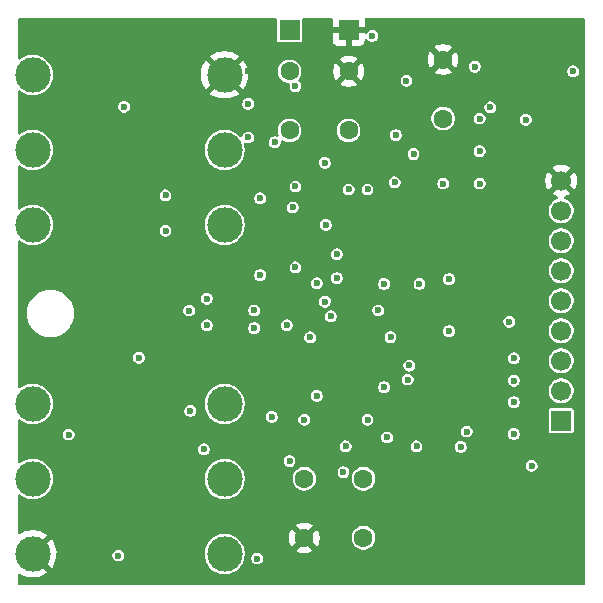
<source format=gbr>
%TF.GenerationSoftware,KiCad,Pcbnew,9.0.4*%
%TF.CreationDate,2025-09-24T19:41:08-07:00*%
%TF.ProjectId,LE_FRONTEND,4c455f46-524f-44e5-9445-4e442e6b6963,rev?*%
%TF.SameCoordinates,Original*%
%TF.FileFunction,Copper,L5,Inr*%
%TF.FilePolarity,Positive*%
%FSLAX46Y46*%
G04 Gerber Fmt 4.6, Leading zero omitted, Abs format (unit mm)*
G04 Created by KiCad (PCBNEW 9.0.4) date 2025-09-24 19:41:08*
%MOMM*%
%LPD*%
G01*
G04 APERTURE LIST*
%TA.AperFunction,ComponentPad*%
%ADD10R,1.700000X1.700000*%
%TD*%
%TA.AperFunction,ComponentPad*%
%ADD11C,1.700000*%
%TD*%
%TA.AperFunction,ComponentPad*%
%ADD12C,1.600000*%
%TD*%
%TA.AperFunction,ComponentPad*%
%ADD13C,3.000000*%
%TD*%
%TA.AperFunction,ViaPad*%
%ADD14C,0.600000*%
%TD*%
G04 APERTURE END LIST*
D10*
%TO.N,/SCK*%
%TO.C,J3*%
X112500000Y-146580000D03*
D11*
%TO.N,/{slash}CS*%
X112500000Y-144040000D03*
%TO.N,/SDI*%
X112500000Y-141500000D03*
%TO.N,/SDO*%
X112500000Y-138960000D03*
%TO.N,/{slash}IRQ*%
X112500000Y-136420000D03*
%TO.N,/MCLK*%
X112500000Y-133880000D03*
%TO.N,+3V3_DIG*%
X112500000Y-131340000D03*
%TO.N,Vin*%
X112500000Y-128800000D03*
%TO.N,GND*%
X112500000Y-126260000D03*
%TD*%
D12*
%TO.N,GND*%
%TO.C,C2*%
X94500000Y-117000000D03*
%TO.N,/IN+*%
X94500000Y-122000000D03*
%TD*%
D13*
%TO.N,N/C*%
%TO.C,J5*%
X67770000Y-151500000D03*
X84000000Y-151500000D03*
%TO.N,GND*%
X67770000Y-157850000D03*
%TO.N,N/C*%
X84000000Y-157850000D03*
%TO.N,/OUTPUT_SIG*%
X67770000Y-145150000D03*
%TO.N,N/C*%
X84000000Y-145150000D03*
%TD*%
D12*
%TO.N,GND*%
%TO.C,C21*%
X90750000Y-156500000D03*
%TO.N,/U1_INPUT_SIG*%
X90750000Y-151500000D03*
%TD*%
%TO.N,/U1_OUTPUT_SIG*%
%TO.C,C24*%
X95750000Y-151500000D03*
%TO.N,/OUTPUT_SIG*%
X95750000Y-156500000D03*
%TD*%
D13*
%TO.N,N/C*%
%TO.C,J1*%
X84000000Y-123650000D03*
X67770000Y-123650000D03*
%TO.N,GND*%
X84000000Y-117300000D03*
%TO.N,N/C*%
X67770000Y-117300000D03*
%TO.N,/POS_INPUT_SIG*%
X84000000Y-130000000D03*
%TO.N,N/C*%
X67770000Y-130000000D03*
%TD*%
D12*
%TO.N,/POS_INPUT_SIG*%
%TO.C,C1*%
X89500000Y-122000000D03*
%TO.N,Net-(U9A-+)*%
X89500000Y-117000000D03*
%TD*%
D10*
%TO.N,/Neg_input_Header*%
%TO.C,J2*%
X89500000Y-113500000D03*
%TD*%
D12*
%TO.N,GND*%
%TO.C,C3*%
X102500000Y-116000000D03*
%TO.N,/IN-*%
X102500000Y-121000000D03*
%TD*%
D10*
%TO.N,GND*%
%TO.C,J6*%
X94500000Y-113500000D03*
%TD*%
D14*
%TO.N,+3V3_Analog*%
X75500000Y-120000000D03*
X75000000Y-158000000D03*
X113500000Y-117000000D03*
X82500000Y-136250000D03*
X104000000Y-148800000D03*
X105200000Y-116600000D03*
X105600000Y-121000000D03*
X86750000Y-158250000D03*
X98400000Y-126400000D03*
X103000000Y-134600000D03*
X105600000Y-126500000D03*
X91810000Y-144475000D03*
X98050000Y-139500000D03*
X79000000Y-130500000D03*
X98500000Y-122400000D03*
X91810000Y-134950000D03*
X105600000Y-123750000D03*
X100250000Y-148750000D03*
X93500000Y-132500000D03*
X86000000Y-119750000D03*
X106500000Y-120050000D03*
X86000000Y-122600000D03*
X110000000Y-150400000D03*
X82250000Y-149000000D03*
X97000000Y-137250000D03*
X76750000Y-141250000D03*
X93500000Y-134500000D03*
X109500000Y-121100000D03*
X82500000Y-138500000D03*
X103000000Y-139000000D03*
X99400000Y-117800000D03*
%TO.N,GND*%
X107225000Y-123400000D03*
X97250000Y-123250000D03*
X101500000Y-135200000D03*
X96004952Y-152774758D03*
X105600000Y-153000000D03*
X106500000Y-118500000D03*
X75500000Y-131000000D03*
X108134761Y-144122205D03*
X99000000Y-141200000D03*
X107900000Y-140500000D03*
X95300000Y-139500000D03*
X101000000Y-127750000D03*
X74000000Y-145000000D03*
X86000000Y-117000000D03*
X108000000Y-113500000D03*
X104000000Y-119950000D03*
X101950000Y-142500000D03*
X109400000Y-145200000D03*
X70000000Y-158000000D03*
X109500000Y-117862500D03*
X87357772Y-128465544D03*
X89699999Y-123284524D03*
X79000000Y-138000000D03*
X95573514Y-149474986D03*
X108000000Y-153000000D03*
X103200000Y-158000000D03*
X103200000Y-153000000D03*
X104000000Y-122350000D03*
X109463677Y-147984853D03*
X89250000Y-146250000D03*
X113300000Y-122700000D03*
X79000000Y-143850000D03*
X97250000Y-144500000D03*
X104000000Y-115000000D03*
X85500000Y-143500000D03*
X110400000Y-158000000D03*
X101500000Y-137600000D03*
X96500000Y-113199997D03*
X101500000Y-140000000D03*
X104000000Y-117550000D03*
X103500000Y-132750000D03*
X108000000Y-158000000D03*
X110400000Y-153000000D03*
X104000000Y-124750000D03*
X86853108Y-139457432D03*
X100500000Y-132650000D03*
X105600000Y-158000000D03*
X80000000Y-128100000D03*
X79500000Y-134000000D03*
%TO.N,/U1_REFERENCE_NON-INVERTING*%
X80999228Y-137251070D03*
X89270000Y-138500000D03*
X86497017Y-138741051D03*
%TO.N,/IN+*%
X97500000Y-135000000D03*
X96100000Y-127000000D03*
%TO.N,/IN-*%
X100500000Y-135000000D03*
X102500000Y-126500000D03*
%TO.N,/U9_input_neg*%
X87000000Y-127750000D03*
X87000000Y-134250000D03*
%TO.N,/POS_INPUT_SIG*%
X88250000Y-123000000D03*
X79000000Y-127500000D03*
%TO.N,/Neg_input_Header*%
X90000000Y-126750000D03*
X96500000Y-114000000D03*
%TO.N,/VOUT*%
X99500000Y-143100000D03*
X97750000Y-148000000D03*
%TO.N,/SDO*%
X108500000Y-145000000D03*
%TO.N,/SCK*%
X108100000Y-138200000D03*
X108496338Y-143185267D03*
%TO.N,/SDI*%
X108500000Y-141300003D03*
%TO.N,/{slash}CS*%
X108500000Y-147700000D03*
%TO.N,Net-(U9A-+)*%
X89772501Y-128522501D03*
X92500000Y-136500000D03*
X90000000Y-118250000D03*
%TO.N,/2V5*%
X97502983Y-143741051D03*
X81100000Y-145750000D03*
%TO.N,/1V2*%
X91250000Y-139525000D03*
X86500000Y-137250000D03*
X93000000Y-137750000D03*
%TO.N,Net-(U5-\u002ACS)*%
X104500000Y-147500000D03*
X99641987Y-141900000D03*
%TO.N,/U1_INPUT_SIG*%
X89500000Y-150000000D03*
X88000000Y-146250000D03*
X94250000Y-148750000D03*
%TO.N,/U1_OUTPUT_SIG*%
X90750000Y-146500000D03*
X94066040Y-150933960D03*
%TO.N,/U9_output_neg*%
X92500000Y-124750000D03*
X90000000Y-133600000D03*
X100000000Y-124000000D03*
%TO.N,/OUTPUT_SIG*%
X96100000Y-146493675D03*
X70800000Y-147750000D03*
%TO.N,/U9_output_pos*%
X92575000Y-130000000D03*
X94500000Y-127000000D03*
%TD*%
%TA.AperFunction,Conductor*%
%TO.N,GND*%
G36*
X88392555Y-112519685D02*
G01*
X88438310Y-112572489D01*
X88446881Y-112624160D01*
X88449500Y-112624160D01*
X88449500Y-114369752D01*
X88461131Y-114428229D01*
X88461132Y-114428230D01*
X88505447Y-114494552D01*
X88571769Y-114538867D01*
X88571770Y-114538868D01*
X88630247Y-114550499D01*
X88630250Y-114550500D01*
X88630252Y-114550500D01*
X90369750Y-114550500D01*
X90369751Y-114550499D01*
X90384568Y-114547552D01*
X90428229Y-114538868D01*
X90428229Y-114538867D01*
X90428231Y-114538867D01*
X90494552Y-114494552D01*
X90538867Y-114428231D01*
X90538867Y-114428229D01*
X90538868Y-114428229D01*
X90550499Y-114369752D01*
X90550500Y-114369750D01*
X90550500Y-112624160D01*
X90553390Y-112624160D01*
X90564016Y-112567673D01*
X90612005Y-112516891D01*
X90674484Y-112500000D01*
X93026000Y-112500000D01*
X93093039Y-112519685D01*
X93138794Y-112572489D01*
X93150000Y-112624000D01*
X93150000Y-113250000D01*
X94066988Y-113250000D01*
X94034075Y-113307007D01*
X94000000Y-113434174D01*
X94000000Y-113565826D01*
X94034075Y-113692993D01*
X94066988Y-113750000D01*
X93150000Y-113750000D01*
X93150000Y-114397844D01*
X93156401Y-114457372D01*
X93156403Y-114457379D01*
X93206645Y-114592086D01*
X93206649Y-114592093D01*
X93292809Y-114707187D01*
X93292812Y-114707190D01*
X93407906Y-114793350D01*
X93407913Y-114793354D01*
X93542620Y-114843596D01*
X93542627Y-114843598D01*
X93602155Y-114849999D01*
X93602172Y-114850000D01*
X94250000Y-114850000D01*
X94250000Y-113933012D01*
X94307007Y-113965925D01*
X94434174Y-114000000D01*
X94565826Y-114000000D01*
X94692993Y-113965925D01*
X94750000Y-113933012D01*
X94750000Y-114850000D01*
X95397828Y-114850000D01*
X95397844Y-114849999D01*
X95449041Y-114844494D01*
X95449043Y-114844494D01*
X95457373Y-114843598D01*
X95457379Y-114843596D01*
X95592086Y-114793354D01*
X95592093Y-114793350D01*
X95707187Y-114707190D01*
X95707190Y-114707187D01*
X95793350Y-114592093D01*
X95793354Y-114592086D01*
X95843596Y-114457379D01*
X95843598Y-114457372D01*
X95849999Y-114397844D01*
X95850000Y-114397827D01*
X95850000Y-114337941D01*
X95869685Y-114270902D01*
X95922489Y-114225147D01*
X95991647Y-114215203D01*
X96055203Y-114244228D01*
X96081386Y-114275939D01*
X96099500Y-114307314D01*
X96192686Y-114400500D01*
X96306814Y-114466392D01*
X96434108Y-114500500D01*
X96434110Y-114500500D01*
X96565890Y-114500500D01*
X96565892Y-114500500D01*
X96693186Y-114466392D01*
X96807314Y-114400500D01*
X96900500Y-114307314D01*
X96966392Y-114193186D01*
X97000500Y-114065892D01*
X97000500Y-113934108D01*
X96966392Y-113806814D01*
X96900500Y-113692686D01*
X96807314Y-113599500D01*
X96748989Y-113565826D01*
X96693187Y-113533608D01*
X96629539Y-113516554D01*
X96565892Y-113499500D01*
X96434108Y-113499500D01*
X96306812Y-113533608D01*
X96192686Y-113599500D01*
X96192683Y-113599502D01*
X96099502Y-113692683D01*
X96099498Y-113692689D01*
X96067996Y-113747250D01*
X96017428Y-113795465D01*
X95948821Y-113808686D01*
X95883956Y-113782717D01*
X95872929Y-113772929D01*
X95850000Y-113750000D01*
X94933012Y-113750000D01*
X94965925Y-113692993D01*
X95000000Y-113565826D01*
X95000000Y-113434174D01*
X94965925Y-113307007D01*
X94933012Y-113250000D01*
X95850000Y-113250000D01*
X95850000Y-112624000D01*
X95869685Y-112556961D01*
X95922489Y-112511206D01*
X95974000Y-112500000D01*
X114376000Y-112500000D01*
X114443039Y-112519685D01*
X114488794Y-112572489D01*
X114500000Y-112624000D01*
X114500000Y-160376000D01*
X114480315Y-160443039D01*
X114427511Y-160488794D01*
X114376000Y-160500000D01*
X66624000Y-160500000D01*
X66556961Y-160480315D01*
X66511206Y-160427511D01*
X66500000Y-160376000D01*
X66500000Y-159640939D01*
X66519685Y-159573900D01*
X66572489Y-159528145D01*
X66641647Y-159518201D01*
X66686001Y-159533552D01*
X66883524Y-159647593D01*
X66883528Y-159647595D01*
X67125744Y-159747924D01*
X67378979Y-159815777D01*
X67378990Y-159815779D01*
X67638905Y-159849999D01*
X67638920Y-159850000D01*
X67901080Y-159850000D01*
X67901094Y-159849999D01*
X68161009Y-159815779D01*
X68161020Y-159815777D01*
X68414255Y-159747924D01*
X68656471Y-159647595D01*
X68656482Y-159647590D01*
X68883516Y-159516511D01*
X68883534Y-159516499D01*
X68996365Y-159429919D01*
X68996365Y-159429917D01*
X68055757Y-158489309D01*
X68101574Y-158470332D01*
X68216224Y-158393726D01*
X68313726Y-158296224D01*
X68390332Y-158181574D01*
X68409309Y-158135757D01*
X69349917Y-159076365D01*
X69349919Y-159076365D01*
X69436499Y-158963534D01*
X69436511Y-158963516D01*
X69567590Y-158736482D01*
X69567595Y-158736471D01*
X69667924Y-158494255D01*
X69735777Y-158241020D01*
X69735779Y-158241009D01*
X69769999Y-157981094D01*
X69770000Y-157981080D01*
X69770000Y-157934108D01*
X74499500Y-157934108D01*
X74499500Y-158065891D01*
X74533608Y-158193187D01*
X74561219Y-158241009D01*
X74599500Y-158307314D01*
X74692686Y-158400500D01*
X74806814Y-158466392D01*
X74934108Y-158500500D01*
X74934110Y-158500500D01*
X75065890Y-158500500D01*
X75065892Y-158500500D01*
X75193186Y-158466392D01*
X75307314Y-158400500D01*
X75400500Y-158307314D01*
X75466392Y-158193186D01*
X75500500Y-158065892D01*
X75500500Y-157934108D01*
X75466392Y-157806814D01*
X75426979Y-157738549D01*
X82299500Y-157738549D01*
X82299500Y-157961450D01*
X82299501Y-157961466D01*
X82328594Y-158182452D01*
X82328595Y-158182457D01*
X82328596Y-158182463D01*
X82386290Y-158397780D01*
X82386293Y-158397790D01*
X82452371Y-158557316D01*
X82471595Y-158603726D01*
X82583052Y-158796774D01*
X82583057Y-158796780D01*
X82583058Y-158796782D01*
X82718751Y-158973622D01*
X82718757Y-158973629D01*
X82876370Y-159131242D01*
X82876376Y-159131247D01*
X83053226Y-159266948D01*
X83246274Y-159378405D01*
X83452219Y-159463710D01*
X83667537Y-159521404D01*
X83888543Y-159550500D01*
X83888550Y-159550500D01*
X84111450Y-159550500D01*
X84111457Y-159550500D01*
X84332463Y-159521404D01*
X84547781Y-159463710D01*
X84753726Y-159378405D01*
X84946774Y-159266948D01*
X85123624Y-159131247D01*
X85281247Y-158973624D01*
X85416948Y-158796774D01*
X85528405Y-158603726D01*
X85613710Y-158397781D01*
X85670963Y-158184108D01*
X86249500Y-158184108D01*
X86249500Y-158315891D01*
X86283608Y-158443187D01*
X86313093Y-158494255D01*
X86349500Y-158557314D01*
X86442686Y-158650500D01*
X86556814Y-158716392D01*
X86684108Y-158750500D01*
X86684110Y-158750500D01*
X86815890Y-158750500D01*
X86815892Y-158750500D01*
X86943186Y-158716392D01*
X87057314Y-158650500D01*
X87150500Y-158557314D01*
X87216392Y-158443186D01*
X87250500Y-158315892D01*
X87250500Y-158184108D01*
X87216392Y-158056814D01*
X87214872Y-158054182D01*
X87207563Y-158041521D01*
X87150500Y-157942686D01*
X87057314Y-157849500D01*
X86983380Y-157806814D01*
X86943187Y-157783608D01*
X86879539Y-157766554D01*
X86815892Y-157749500D01*
X86684108Y-157749500D01*
X86556812Y-157783608D01*
X86442686Y-157849500D01*
X86442683Y-157849502D01*
X86349502Y-157942683D01*
X86349500Y-157942686D01*
X86283608Y-158056812D01*
X86249500Y-158184108D01*
X85670963Y-158184108D01*
X85671404Y-158182463D01*
X85700500Y-157961457D01*
X85700500Y-157738543D01*
X85671404Y-157517537D01*
X85613710Y-157302219D01*
X85528405Y-157096274D01*
X85416948Y-156903226D01*
X85296003Y-156745606D01*
X85281248Y-156726377D01*
X85281242Y-156726370D01*
X85123629Y-156568757D01*
X85123622Y-156568751D01*
X85022544Y-156491192D01*
X84946782Y-156433058D01*
X84946780Y-156433057D01*
X84946774Y-156433052D01*
X84885512Y-156397682D01*
X89450000Y-156397682D01*
X89450000Y-156602317D01*
X89482009Y-156804417D01*
X89545244Y-156999031D01*
X89638141Y-157181350D01*
X89638147Y-157181359D01*
X89670523Y-157225921D01*
X89670524Y-157225922D01*
X90350000Y-156546446D01*
X90350000Y-156552661D01*
X90377259Y-156654394D01*
X90429920Y-156745606D01*
X90504394Y-156820080D01*
X90595606Y-156872741D01*
X90697339Y-156900000D01*
X90703553Y-156900000D01*
X90024076Y-157579474D01*
X90068650Y-157611859D01*
X90250968Y-157704755D01*
X90445582Y-157767990D01*
X90647683Y-157800000D01*
X90852317Y-157800000D01*
X91054417Y-157767990D01*
X91249031Y-157704755D01*
X91431349Y-157611859D01*
X91475921Y-157579474D01*
X90796447Y-156900000D01*
X90802661Y-156900000D01*
X90904394Y-156872741D01*
X90995606Y-156820080D01*
X91070080Y-156745606D01*
X91122741Y-156654394D01*
X91150000Y-156552661D01*
X91150000Y-156546447D01*
X91829474Y-157225921D01*
X91861859Y-157181349D01*
X91954755Y-156999031D01*
X92017990Y-156804417D01*
X92050000Y-156602317D01*
X92050000Y-156598543D01*
X94749499Y-156598543D01*
X94787947Y-156791829D01*
X94787950Y-156791839D01*
X94863364Y-156973907D01*
X94863371Y-156973920D01*
X94972860Y-157137781D01*
X94972863Y-157137785D01*
X95112214Y-157277136D01*
X95112218Y-157277139D01*
X95276079Y-157386628D01*
X95276092Y-157386635D01*
X95450748Y-157458979D01*
X95458165Y-157462051D01*
X95458169Y-157462051D01*
X95458170Y-157462052D01*
X95651456Y-157500500D01*
X95651459Y-157500500D01*
X95848543Y-157500500D01*
X95978582Y-157474632D01*
X96041835Y-157462051D01*
X96223914Y-157386632D01*
X96387782Y-157277139D01*
X96527139Y-157137782D01*
X96636632Y-156973914D01*
X96712051Y-156791835D01*
X96750500Y-156598541D01*
X96750500Y-156401459D01*
X96750500Y-156401456D01*
X96712052Y-156208170D01*
X96712051Y-156208169D01*
X96712051Y-156208165D01*
X96699803Y-156178596D01*
X96636635Y-156026092D01*
X96636628Y-156026079D01*
X96527139Y-155862218D01*
X96527136Y-155862214D01*
X96387785Y-155722863D01*
X96387781Y-155722860D01*
X96223920Y-155613371D01*
X96223907Y-155613364D01*
X96041839Y-155537950D01*
X96041829Y-155537947D01*
X95848543Y-155499500D01*
X95848541Y-155499500D01*
X95651459Y-155499500D01*
X95651457Y-155499500D01*
X95458170Y-155537947D01*
X95458160Y-155537950D01*
X95276092Y-155613364D01*
X95276079Y-155613371D01*
X95112218Y-155722860D01*
X95112214Y-155722863D01*
X94972863Y-155862214D01*
X94972860Y-155862218D01*
X94863371Y-156026079D01*
X94863364Y-156026092D01*
X94787950Y-156208160D01*
X94787947Y-156208170D01*
X94749500Y-156401456D01*
X94749500Y-156401459D01*
X94749500Y-156598541D01*
X94749500Y-156598543D01*
X94749499Y-156598543D01*
X92050000Y-156598543D01*
X92050000Y-156397682D01*
X92017990Y-156195582D01*
X91954755Y-156000968D01*
X91861859Y-155818650D01*
X91829474Y-155774077D01*
X91829474Y-155774076D01*
X91150000Y-156453551D01*
X91150000Y-156447339D01*
X91122741Y-156345606D01*
X91070080Y-156254394D01*
X90995606Y-156179920D01*
X90904394Y-156127259D01*
X90802661Y-156100000D01*
X90796446Y-156100000D01*
X91475922Y-155420524D01*
X91475921Y-155420523D01*
X91431359Y-155388147D01*
X91431350Y-155388141D01*
X91249031Y-155295244D01*
X91054417Y-155232009D01*
X90852317Y-155200000D01*
X90647683Y-155200000D01*
X90445582Y-155232009D01*
X90250968Y-155295244D01*
X90068644Y-155388143D01*
X90024077Y-155420523D01*
X90024077Y-155420524D01*
X90703554Y-156100000D01*
X90697339Y-156100000D01*
X90595606Y-156127259D01*
X90504394Y-156179920D01*
X90429920Y-156254394D01*
X90377259Y-156345606D01*
X90350000Y-156447339D01*
X90350000Y-156453553D01*
X89670524Y-155774077D01*
X89670523Y-155774077D01*
X89638143Y-155818644D01*
X89545244Y-156000968D01*
X89482009Y-156195582D01*
X89450000Y-156397682D01*
X84885512Y-156397682D01*
X84753726Y-156321595D01*
X84753722Y-156321593D01*
X84547790Y-156236293D01*
X84547783Y-156236291D01*
X84547781Y-156236290D01*
X84332463Y-156178596D01*
X84332457Y-156178595D01*
X84332452Y-156178594D01*
X84111466Y-156149501D01*
X84111463Y-156149500D01*
X84111457Y-156149500D01*
X83888543Y-156149500D01*
X83888537Y-156149500D01*
X83888533Y-156149501D01*
X83667547Y-156178594D01*
X83667540Y-156178595D01*
X83667537Y-156178596D01*
X83557165Y-156208170D01*
X83452219Y-156236290D01*
X83452209Y-156236293D01*
X83246277Y-156321593D01*
X83246273Y-156321595D01*
X83053226Y-156433052D01*
X83053217Y-156433058D01*
X82876377Y-156568751D01*
X82876370Y-156568757D01*
X82718757Y-156726370D01*
X82718751Y-156726377D01*
X82583058Y-156903217D01*
X82583052Y-156903226D01*
X82471595Y-157096273D01*
X82471593Y-157096277D01*
X82386293Y-157302209D01*
X82386290Y-157302219D01*
X82343464Y-157462051D01*
X82328597Y-157517534D01*
X82328594Y-157517547D01*
X82299501Y-157738533D01*
X82299500Y-157738549D01*
X75426979Y-157738549D01*
X75400500Y-157692686D01*
X75307314Y-157599500D01*
X75250250Y-157566554D01*
X75193187Y-157533608D01*
X75129539Y-157516554D01*
X75065892Y-157499500D01*
X74934108Y-157499500D01*
X74806812Y-157533608D01*
X74692686Y-157599500D01*
X74692683Y-157599502D01*
X74599502Y-157692683D01*
X74599500Y-157692686D01*
X74533608Y-157806812D01*
X74499500Y-157934108D01*
X69770000Y-157934108D01*
X69770000Y-157718919D01*
X69769999Y-157718905D01*
X69735779Y-157458990D01*
X69735777Y-157458979D01*
X69667924Y-157205744D01*
X69567595Y-156963528D01*
X69567590Y-156963517D01*
X69436511Y-156736483D01*
X69436505Y-156736475D01*
X69349918Y-156623633D01*
X69349917Y-156623633D01*
X68409309Y-157564242D01*
X68390332Y-157518426D01*
X68313726Y-157403776D01*
X68216224Y-157306274D01*
X68101574Y-157229668D01*
X68055755Y-157210689D01*
X68996365Y-156270080D01*
X68883524Y-156183494D01*
X68883516Y-156183488D01*
X68656482Y-156052409D01*
X68656471Y-156052404D01*
X68414255Y-155952075D01*
X68161020Y-155884222D01*
X68161009Y-155884220D01*
X67901094Y-155850000D01*
X67638905Y-155850000D01*
X67378990Y-155884220D01*
X67378979Y-155884222D01*
X67125744Y-155952075D01*
X66883528Y-156052404D01*
X66883517Y-156052409D01*
X66686000Y-156166446D01*
X66618100Y-156182919D01*
X66552073Y-156160066D01*
X66508882Y-156105145D01*
X66500000Y-156059059D01*
X66500000Y-152920375D01*
X66519685Y-152853336D01*
X66572489Y-152807581D01*
X66641647Y-152797637D01*
X66699484Y-152821998D01*
X66823226Y-152916948D01*
X67016274Y-153028405D01*
X67222219Y-153113710D01*
X67437537Y-153171404D01*
X67658543Y-153200500D01*
X67658550Y-153200500D01*
X67881450Y-153200500D01*
X67881457Y-153200500D01*
X68102463Y-153171404D01*
X68317781Y-153113710D01*
X68523726Y-153028405D01*
X68716774Y-152916948D01*
X68893624Y-152781247D01*
X69051247Y-152623624D01*
X69186948Y-152446774D01*
X69298405Y-152253726D01*
X69383710Y-152047781D01*
X69441404Y-151832463D01*
X69470500Y-151611457D01*
X69470500Y-151388549D01*
X82299500Y-151388549D01*
X82299500Y-151611450D01*
X82299501Y-151611466D01*
X82328594Y-151832452D01*
X82328595Y-151832457D01*
X82328596Y-151832463D01*
X82366499Y-151973920D01*
X82386290Y-152047780D01*
X82386293Y-152047790D01*
X82471593Y-152253722D01*
X82471595Y-152253726D01*
X82583052Y-152446774D01*
X82583057Y-152446780D01*
X82583058Y-152446782D01*
X82718751Y-152623622D01*
X82718757Y-152623629D01*
X82876370Y-152781242D01*
X82876376Y-152781247D01*
X83053226Y-152916948D01*
X83246274Y-153028405D01*
X83452219Y-153113710D01*
X83667537Y-153171404D01*
X83888543Y-153200500D01*
X83888550Y-153200500D01*
X84111450Y-153200500D01*
X84111457Y-153200500D01*
X84332463Y-153171404D01*
X84547781Y-153113710D01*
X84753726Y-153028405D01*
X84946774Y-152916948D01*
X85123624Y-152781247D01*
X85281247Y-152623624D01*
X85416948Y-152446774D01*
X85528405Y-152253726D01*
X85613710Y-152047781D01*
X85671404Y-151832463D01*
X85700500Y-151611457D01*
X85700500Y-151598543D01*
X89749499Y-151598543D01*
X89787947Y-151791829D01*
X89787950Y-151791839D01*
X89863364Y-151973907D01*
X89863371Y-151973920D01*
X89972860Y-152137781D01*
X89972863Y-152137785D01*
X90112214Y-152277136D01*
X90112218Y-152277139D01*
X90276079Y-152386628D01*
X90276092Y-152386635D01*
X90421302Y-152446782D01*
X90458165Y-152462051D01*
X90458169Y-152462051D01*
X90458170Y-152462052D01*
X90651456Y-152500500D01*
X90651459Y-152500500D01*
X90848543Y-152500500D01*
X90978582Y-152474632D01*
X91041835Y-152462051D01*
X91223914Y-152386632D01*
X91387782Y-152277139D01*
X91527139Y-152137782D01*
X91636632Y-151973914D01*
X91712051Y-151791835D01*
X91747931Y-151611457D01*
X91750500Y-151598543D01*
X94749499Y-151598543D01*
X94787947Y-151791829D01*
X94787950Y-151791839D01*
X94863364Y-151973907D01*
X94863371Y-151973920D01*
X94972860Y-152137781D01*
X94972863Y-152137785D01*
X95112214Y-152277136D01*
X95112218Y-152277139D01*
X95276079Y-152386628D01*
X95276092Y-152386635D01*
X95421302Y-152446782D01*
X95458165Y-152462051D01*
X95458169Y-152462051D01*
X95458170Y-152462052D01*
X95651456Y-152500500D01*
X95651459Y-152500500D01*
X95848543Y-152500500D01*
X95978582Y-152474632D01*
X96041835Y-152462051D01*
X96223914Y-152386632D01*
X96387782Y-152277139D01*
X96527139Y-152137782D01*
X96636632Y-151973914D01*
X96712051Y-151791835D01*
X96747931Y-151611457D01*
X96750500Y-151598543D01*
X96750500Y-151401456D01*
X96712052Y-151208170D01*
X96712051Y-151208169D01*
X96712051Y-151208165D01*
X96695227Y-151167547D01*
X96636635Y-151026092D01*
X96636628Y-151026079D01*
X96527139Y-150862218D01*
X96527136Y-150862214D01*
X96387785Y-150722863D01*
X96387781Y-150722860D01*
X96223920Y-150613371D01*
X96223907Y-150613364D01*
X96041839Y-150537950D01*
X96041829Y-150537947D01*
X95848543Y-150499500D01*
X95848541Y-150499500D01*
X95651459Y-150499500D01*
X95651457Y-150499500D01*
X95458170Y-150537947D01*
X95458160Y-150537950D01*
X95276092Y-150613364D01*
X95276079Y-150613371D01*
X95112218Y-150722860D01*
X95112214Y-150722863D01*
X94972863Y-150862214D01*
X94972860Y-150862218D01*
X94863371Y-151026079D01*
X94863364Y-151026092D01*
X94787950Y-151208160D01*
X94787947Y-151208170D01*
X94749500Y-151401456D01*
X94749500Y-151401459D01*
X94749500Y-151598541D01*
X94749500Y-151598543D01*
X94749499Y-151598543D01*
X91750500Y-151598543D01*
X91750500Y-151401456D01*
X91712052Y-151208170D01*
X91712051Y-151208169D01*
X91712051Y-151208165D01*
X91695227Y-151167547D01*
X91636635Y-151026092D01*
X91636628Y-151026079D01*
X91571649Y-150928832D01*
X91571648Y-150928830D01*
X91531048Y-150868068D01*
X93565540Y-150868068D01*
X93565540Y-150999852D01*
X93572569Y-151026086D01*
X93599648Y-151127147D01*
X93632594Y-151184210D01*
X93665540Y-151241274D01*
X93758726Y-151334460D01*
X93872854Y-151400352D01*
X94000148Y-151434460D01*
X94000150Y-151434460D01*
X94131930Y-151434460D01*
X94131932Y-151434460D01*
X94259226Y-151400352D01*
X94373354Y-151334460D01*
X94466540Y-151241274D01*
X94532432Y-151127146D01*
X94566540Y-150999852D01*
X94566540Y-150868068D01*
X94532432Y-150740774D01*
X94466540Y-150626646D01*
X94373354Y-150533460D01*
X94314534Y-150499500D01*
X94259227Y-150467568D01*
X94229443Y-150459587D01*
X94131932Y-150433460D01*
X94000148Y-150433460D01*
X93872852Y-150467568D01*
X93758726Y-150533460D01*
X93758723Y-150533462D01*
X93665542Y-150626643D01*
X93665540Y-150626646D01*
X93599648Y-150740772D01*
X93567109Y-150862214D01*
X93565540Y-150868068D01*
X91531048Y-150868068D01*
X91527142Y-150862222D01*
X91527136Y-150862214D01*
X91387785Y-150722863D01*
X91387781Y-150722860D01*
X91223920Y-150613371D01*
X91223907Y-150613364D01*
X91041839Y-150537950D01*
X91041829Y-150537947D01*
X90848543Y-150499500D01*
X90848541Y-150499500D01*
X90651459Y-150499500D01*
X90651457Y-150499500D01*
X90458170Y-150537947D01*
X90458160Y-150537950D01*
X90276092Y-150613364D01*
X90276079Y-150613371D01*
X90112218Y-150722860D01*
X90112214Y-150722863D01*
X89972863Y-150862214D01*
X89972860Y-150862218D01*
X89863371Y-151026079D01*
X89863364Y-151026092D01*
X89787950Y-151208160D01*
X89787947Y-151208170D01*
X89749500Y-151401456D01*
X89749500Y-151401459D01*
X89749500Y-151598541D01*
X89749500Y-151598543D01*
X89749499Y-151598543D01*
X85700500Y-151598543D01*
X85700500Y-151388543D01*
X85671404Y-151167537D01*
X85613710Y-150952219D01*
X85528405Y-150746274D01*
X85416948Y-150553226D01*
X85281247Y-150376376D01*
X85281242Y-150376370D01*
X85123629Y-150218757D01*
X85123622Y-150218751D01*
X84946782Y-150083058D01*
X84946780Y-150083057D01*
X84946774Y-150083052D01*
X84860718Y-150033367D01*
X84860717Y-150033366D01*
X84753733Y-149971598D01*
X84753722Y-149971593D01*
X84663225Y-149934108D01*
X88999500Y-149934108D01*
X88999500Y-150065892D01*
X89016554Y-150129539D01*
X89033608Y-150193187D01*
X89039386Y-150203194D01*
X89099500Y-150307314D01*
X89192686Y-150400500D01*
X89291521Y-150457563D01*
X89305944Y-150465890D01*
X89306814Y-150466392D01*
X89434108Y-150500500D01*
X89434110Y-150500500D01*
X89565890Y-150500500D01*
X89565892Y-150500500D01*
X89693186Y-150466392D01*
X89807314Y-150400500D01*
X89873706Y-150334108D01*
X109499500Y-150334108D01*
X109499500Y-150465891D01*
X109533608Y-150593187D01*
X109552924Y-150626643D01*
X109599500Y-150707314D01*
X109692686Y-150800500D01*
X109791521Y-150857563D01*
X109799577Y-150862214D01*
X109806814Y-150866392D01*
X109934108Y-150900500D01*
X109934110Y-150900500D01*
X110065890Y-150900500D01*
X110065892Y-150900500D01*
X110193186Y-150866392D01*
X110307314Y-150800500D01*
X110400500Y-150707314D01*
X110466392Y-150593186D01*
X110500500Y-150465892D01*
X110500500Y-150334108D01*
X110466392Y-150206814D01*
X110400500Y-150092686D01*
X110307314Y-149999500D01*
X110250250Y-149966554D01*
X110193187Y-149933608D01*
X110129539Y-149916554D01*
X110065892Y-149899500D01*
X109934108Y-149899500D01*
X109806812Y-149933608D01*
X109692686Y-149999500D01*
X109692683Y-149999502D01*
X109599502Y-150092683D01*
X109599500Y-150092686D01*
X109533608Y-150206812D01*
X109499500Y-150334108D01*
X89873706Y-150334108D01*
X89900500Y-150307314D01*
X89966392Y-150193186D01*
X90000500Y-150065892D01*
X90000500Y-149934108D01*
X89966392Y-149806814D01*
X89900500Y-149692686D01*
X89807314Y-149599500D01*
X89750250Y-149566554D01*
X89693187Y-149533608D01*
X89629539Y-149516554D01*
X89565892Y-149499500D01*
X89434108Y-149499500D01*
X89306812Y-149533608D01*
X89192686Y-149599500D01*
X89192683Y-149599502D01*
X89099502Y-149692683D01*
X89099500Y-149692686D01*
X89033608Y-149806812D01*
X89012312Y-149886293D01*
X88999500Y-149934108D01*
X84663225Y-149934108D01*
X84547790Y-149886293D01*
X84547783Y-149886291D01*
X84547781Y-149886290D01*
X84332463Y-149828596D01*
X84332457Y-149828595D01*
X84332452Y-149828594D01*
X84111466Y-149799501D01*
X84111463Y-149799500D01*
X84111457Y-149799500D01*
X83888543Y-149799500D01*
X83888537Y-149799500D01*
X83888533Y-149799501D01*
X83667547Y-149828594D01*
X83667540Y-149828595D01*
X83667537Y-149828596D01*
X83452219Y-149886290D01*
X83452209Y-149886293D01*
X83246277Y-149971593D01*
X83246273Y-149971595D01*
X83053226Y-150083052D01*
X83053217Y-150083058D01*
X82876377Y-150218751D01*
X82876370Y-150218757D01*
X82718757Y-150376370D01*
X82718751Y-150376377D01*
X82583058Y-150553217D01*
X82583052Y-150553226D01*
X82471595Y-150746273D01*
X82471593Y-150746277D01*
X82386293Y-150952209D01*
X82386290Y-150952219D01*
X82339419Y-151127147D01*
X82328597Y-151167534D01*
X82328594Y-151167547D01*
X82299501Y-151388533D01*
X82299500Y-151388549D01*
X69470500Y-151388549D01*
X69470500Y-151388543D01*
X69441404Y-151167537D01*
X69383710Y-150952219D01*
X69298405Y-150746274D01*
X69186948Y-150553226D01*
X69051247Y-150376376D01*
X69051242Y-150376370D01*
X68893629Y-150218757D01*
X68893622Y-150218751D01*
X68716782Y-150083058D01*
X68716780Y-150083057D01*
X68716774Y-150083052D01*
X68523726Y-149971595D01*
X68523722Y-149971593D01*
X68317790Y-149886293D01*
X68317783Y-149886291D01*
X68317781Y-149886290D01*
X68102463Y-149828596D01*
X68102457Y-149828595D01*
X68102452Y-149828594D01*
X67881466Y-149799501D01*
X67881463Y-149799500D01*
X67881457Y-149799500D01*
X67658543Y-149799500D01*
X67658537Y-149799500D01*
X67658533Y-149799501D01*
X67437547Y-149828594D01*
X67437540Y-149828595D01*
X67437537Y-149828596D01*
X67222219Y-149886290D01*
X67222209Y-149886293D01*
X67016277Y-149971593D01*
X67016273Y-149971595D01*
X66823226Y-150083052D01*
X66823217Y-150083058D01*
X66699486Y-150178000D01*
X66634317Y-150203194D01*
X66565872Y-150189155D01*
X66515882Y-150140341D01*
X66500000Y-150079624D01*
X66500000Y-148934108D01*
X81749500Y-148934108D01*
X81749500Y-149065892D01*
X81766554Y-149129539D01*
X81783608Y-149193187D01*
X81797005Y-149216391D01*
X81849500Y-149307314D01*
X81942686Y-149400500D01*
X82056814Y-149466392D01*
X82184108Y-149500500D01*
X82184110Y-149500500D01*
X82315890Y-149500500D01*
X82315892Y-149500500D01*
X82443186Y-149466392D01*
X82557314Y-149400500D01*
X82650500Y-149307314D01*
X82716392Y-149193186D01*
X82750500Y-149065892D01*
X82750500Y-148934108D01*
X82716392Y-148806814D01*
X82650500Y-148692686D01*
X82641922Y-148684108D01*
X93749500Y-148684108D01*
X93749500Y-148815891D01*
X93783608Y-148943187D01*
X93812476Y-148993186D01*
X93849500Y-149057314D01*
X93942686Y-149150500D01*
X94056814Y-149216392D01*
X94184108Y-149250500D01*
X94184110Y-149250500D01*
X94315890Y-149250500D01*
X94315892Y-149250500D01*
X94443186Y-149216392D01*
X94557314Y-149150500D01*
X94650500Y-149057314D01*
X94716392Y-148943186D01*
X94750500Y-148815892D01*
X94750500Y-148684108D01*
X99749500Y-148684108D01*
X99749500Y-148815891D01*
X99783608Y-148943187D01*
X99812476Y-148993186D01*
X99849500Y-149057314D01*
X99942686Y-149150500D01*
X100056814Y-149216392D01*
X100184108Y-149250500D01*
X100184110Y-149250500D01*
X100315890Y-149250500D01*
X100315892Y-149250500D01*
X100443186Y-149216392D01*
X100557314Y-149150500D01*
X100650500Y-149057314D01*
X100716392Y-148943186D01*
X100750500Y-148815892D01*
X100750500Y-148734108D01*
X103499500Y-148734108D01*
X103499500Y-148865891D01*
X103533608Y-148993187D01*
X103566554Y-149050250D01*
X103599500Y-149107314D01*
X103692686Y-149200500D01*
X103806814Y-149266392D01*
X103934108Y-149300500D01*
X103934110Y-149300500D01*
X104065890Y-149300500D01*
X104065892Y-149300500D01*
X104193186Y-149266392D01*
X104307314Y-149200500D01*
X104400500Y-149107314D01*
X104466392Y-148993186D01*
X104500500Y-148865892D01*
X104500500Y-148734108D01*
X104466392Y-148606814D01*
X104400500Y-148492686D01*
X104307314Y-148399500D01*
X104250250Y-148366554D01*
X104193187Y-148333608D01*
X104129539Y-148316554D01*
X104065892Y-148299500D01*
X103934108Y-148299500D01*
X103806812Y-148333608D01*
X103692686Y-148399500D01*
X103692683Y-148399502D01*
X103599502Y-148492683D01*
X103599500Y-148492686D01*
X103533608Y-148606812D01*
X103499500Y-148734108D01*
X100750500Y-148734108D01*
X100750500Y-148684108D01*
X100716392Y-148556814D01*
X100650500Y-148442686D01*
X100557314Y-148349500D01*
X100500250Y-148316554D01*
X100443187Y-148283608D01*
X100379539Y-148266554D01*
X100315892Y-148249500D01*
X100184108Y-148249500D01*
X100056812Y-148283608D01*
X99942686Y-148349500D01*
X99942683Y-148349502D01*
X99849502Y-148442683D01*
X99849500Y-148442686D01*
X99783608Y-148556812D01*
X99749500Y-148684108D01*
X94750500Y-148684108D01*
X94716392Y-148556814D01*
X94650500Y-148442686D01*
X94557314Y-148349500D01*
X94500250Y-148316554D01*
X94443187Y-148283608D01*
X94379539Y-148266554D01*
X94315892Y-148249500D01*
X94184108Y-148249500D01*
X94056812Y-148283608D01*
X93942686Y-148349500D01*
X93942683Y-148349502D01*
X93849502Y-148442683D01*
X93849500Y-148442686D01*
X93783608Y-148556812D01*
X93749500Y-148684108D01*
X82641922Y-148684108D01*
X82557314Y-148599500D01*
X82483380Y-148556814D01*
X82443187Y-148533608D01*
X82379539Y-148516554D01*
X82315892Y-148499500D01*
X82184108Y-148499500D01*
X82056812Y-148533608D01*
X81942686Y-148599500D01*
X81942683Y-148599502D01*
X81849502Y-148692683D01*
X81849500Y-148692686D01*
X81783608Y-148806812D01*
X81767778Y-148865892D01*
X81749500Y-148934108D01*
X66500000Y-148934108D01*
X66500000Y-147684108D01*
X70299500Y-147684108D01*
X70299500Y-147815891D01*
X70333608Y-147943187D01*
X70347005Y-147966391D01*
X70399500Y-148057314D01*
X70492686Y-148150500D01*
X70606814Y-148216392D01*
X70734108Y-148250500D01*
X70734110Y-148250500D01*
X70865890Y-148250500D01*
X70865892Y-148250500D01*
X70993186Y-148216392D01*
X71107314Y-148150500D01*
X71200500Y-148057314D01*
X71266392Y-147943186D01*
X71268824Y-147934108D01*
X97249500Y-147934108D01*
X97249500Y-148065891D01*
X97283608Y-148193187D01*
X97297005Y-148216391D01*
X97349500Y-148307314D01*
X97442686Y-148400500D01*
X97556814Y-148466392D01*
X97684108Y-148500500D01*
X97684110Y-148500500D01*
X97815890Y-148500500D01*
X97815892Y-148500500D01*
X97943186Y-148466392D01*
X98057314Y-148400500D01*
X98150500Y-148307314D01*
X98216392Y-148193186D01*
X98250500Y-148065892D01*
X98250500Y-147934108D01*
X98216392Y-147806814D01*
X98150500Y-147692686D01*
X98057314Y-147599500D01*
X97943186Y-147533608D01*
X97815892Y-147499500D01*
X97684108Y-147499500D01*
X97556812Y-147533608D01*
X97442686Y-147599500D01*
X97442683Y-147599502D01*
X97349502Y-147692683D01*
X97349500Y-147692686D01*
X97283608Y-147806812D01*
X97249500Y-147934108D01*
X71268824Y-147934108D01*
X71300500Y-147815892D01*
X71300500Y-147684108D01*
X71266392Y-147556814D01*
X71200500Y-147442686D01*
X71191922Y-147434108D01*
X103999500Y-147434108D01*
X103999500Y-147565892D01*
X104013695Y-147618868D01*
X104033608Y-147693187D01*
X104066554Y-147750250D01*
X104099500Y-147807314D01*
X104192686Y-147900500D01*
X104306814Y-147966392D01*
X104434108Y-148000500D01*
X104434110Y-148000500D01*
X104565890Y-148000500D01*
X104565892Y-148000500D01*
X104693186Y-147966392D01*
X104807314Y-147900500D01*
X104900500Y-147807314D01*
X104966392Y-147693186D01*
X104982222Y-147634108D01*
X107999500Y-147634108D01*
X107999500Y-147765892D01*
X108012897Y-147815890D01*
X108033608Y-147893187D01*
X108062476Y-147943186D01*
X108099500Y-148007314D01*
X108192686Y-148100500D01*
X108306814Y-148166392D01*
X108434108Y-148200500D01*
X108434110Y-148200500D01*
X108565890Y-148200500D01*
X108565892Y-148200500D01*
X108693186Y-148166392D01*
X108807314Y-148100500D01*
X108900500Y-148007314D01*
X108966392Y-147893186D01*
X109000500Y-147765892D01*
X109000500Y-147634108D01*
X108966392Y-147506814D01*
X108900500Y-147392686D01*
X108807314Y-147299500D01*
X108720712Y-147249500D01*
X108693187Y-147233608D01*
X108629539Y-147216554D01*
X108565892Y-147199500D01*
X108434108Y-147199500D01*
X108306812Y-147233608D01*
X108192686Y-147299500D01*
X108192683Y-147299502D01*
X108099502Y-147392683D01*
X108099500Y-147392686D01*
X108033608Y-147506812D01*
X108000467Y-147630499D01*
X107999500Y-147634108D01*
X104982222Y-147634108D01*
X105000500Y-147565892D01*
X105000500Y-147434108D01*
X104966392Y-147306814D01*
X104900500Y-147192686D01*
X104807314Y-147099500D01*
X104750250Y-147066554D01*
X104693187Y-147033608D01*
X104629539Y-147016554D01*
X104565892Y-146999500D01*
X104434108Y-146999500D01*
X104306812Y-147033608D01*
X104192686Y-147099500D01*
X104192683Y-147099502D01*
X104099502Y-147192683D01*
X104099500Y-147192686D01*
X104033608Y-147306812D01*
X104022170Y-147349500D01*
X103999500Y-147434108D01*
X71191922Y-147434108D01*
X71107314Y-147349500D01*
X71033380Y-147306814D01*
X70993187Y-147283608D01*
X70929539Y-147266554D01*
X70865892Y-147249500D01*
X70734108Y-147249500D01*
X70606812Y-147283608D01*
X70492686Y-147349500D01*
X70492683Y-147349502D01*
X70399502Y-147442683D01*
X70399500Y-147442686D01*
X70333608Y-147556812D01*
X70299500Y-147684108D01*
X66500000Y-147684108D01*
X66500000Y-146570375D01*
X66519685Y-146503336D01*
X66572489Y-146457581D01*
X66641647Y-146447637D01*
X66699484Y-146471998D01*
X66823226Y-146566948D01*
X67016274Y-146678405D01*
X67222219Y-146763710D01*
X67437537Y-146821404D01*
X67658543Y-146850500D01*
X67658550Y-146850500D01*
X67881450Y-146850500D01*
X67881457Y-146850500D01*
X68102463Y-146821404D01*
X68317781Y-146763710D01*
X68523726Y-146678405D01*
X68716774Y-146566948D01*
X68893624Y-146431247D01*
X69051247Y-146273624D01*
X69186948Y-146096774D01*
X69298405Y-145903726D01*
X69383710Y-145697781D01*
X69387374Y-145684108D01*
X80599500Y-145684108D01*
X80599500Y-145815891D01*
X80633608Y-145943187D01*
X80662469Y-145993175D01*
X80699500Y-146057314D01*
X80792686Y-146150500D01*
X80906814Y-146216392D01*
X81034108Y-146250500D01*
X81034110Y-146250500D01*
X81165890Y-146250500D01*
X81165892Y-146250500D01*
X81293186Y-146216392D01*
X81407314Y-146150500D01*
X81500500Y-146057314D01*
X81566392Y-145943186D01*
X81600500Y-145815892D01*
X81600500Y-145684108D01*
X81566392Y-145556814D01*
X81500500Y-145442686D01*
X81407314Y-145349500D01*
X81350250Y-145316554D01*
X81293187Y-145283608D01*
X81210550Y-145261466D01*
X81165892Y-145249500D01*
X81034108Y-145249500D01*
X80906812Y-145283608D01*
X80792686Y-145349500D01*
X80792683Y-145349502D01*
X80699502Y-145442683D01*
X80699500Y-145442686D01*
X80633608Y-145556812D01*
X80599500Y-145684108D01*
X69387374Y-145684108D01*
X69441404Y-145482463D01*
X69470500Y-145261457D01*
X69470500Y-145038549D01*
X82299500Y-145038549D01*
X82299500Y-145261450D01*
X82299501Y-145261466D01*
X82328594Y-145482452D01*
X82328595Y-145482457D01*
X82328596Y-145482463D01*
X82382627Y-145684110D01*
X82386290Y-145697780D01*
X82386293Y-145697790D01*
X82471593Y-145903722D01*
X82471595Y-145903726D01*
X82583052Y-146096774D01*
X82583057Y-146096780D01*
X82583058Y-146096782D01*
X82718751Y-146273622D01*
X82718757Y-146273629D01*
X82876370Y-146431242D01*
X82876377Y-146431248D01*
X82897736Y-146447637D01*
X83053226Y-146566948D01*
X83246274Y-146678405D01*
X83452219Y-146763710D01*
X83667537Y-146821404D01*
X83888543Y-146850500D01*
X83888550Y-146850500D01*
X84111450Y-146850500D01*
X84111457Y-146850500D01*
X84332463Y-146821404D01*
X84547781Y-146763710D01*
X84753726Y-146678405D01*
X84946774Y-146566948D01*
X85123624Y-146431247D01*
X85281247Y-146273624D01*
X85349935Y-146184108D01*
X87499500Y-146184108D01*
X87499500Y-146315891D01*
X87533608Y-146443187D01*
X87541919Y-146457581D01*
X87599500Y-146557314D01*
X87692686Y-146650500D01*
X87806814Y-146716392D01*
X87934108Y-146750500D01*
X87934110Y-146750500D01*
X88065890Y-146750500D01*
X88065892Y-146750500D01*
X88193186Y-146716392D01*
X88307314Y-146650500D01*
X88400500Y-146557314D01*
X88466392Y-146443186D01*
X88468824Y-146434108D01*
X90249500Y-146434108D01*
X90249500Y-146565891D01*
X90283608Y-146693187D01*
X90297005Y-146716391D01*
X90349500Y-146807314D01*
X90442686Y-146900500D01*
X90556814Y-146966392D01*
X90684108Y-147000500D01*
X90684110Y-147000500D01*
X90815890Y-147000500D01*
X90815892Y-147000500D01*
X90943186Y-146966392D01*
X91057314Y-146900500D01*
X91150500Y-146807314D01*
X91216392Y-146693186D01*
X91250500Y-146565892D01*
X91250500Y-146434108D01*
X91248805Y-146427783D01*
X95599500Y-146427783D01*
X95599500Y-146559567D01*
X95601478Y-146566948D01*
X95633608Y-146686862D01*
X95666554Y-146743925D01*
X95699500Y-146800989D01*
X95792686Y-146894175D01*
X95906814Y-146960067D01*
X96034108Y-146994175D01*
X96034110Y-146994175D01*
X96165890Y-146994175D01*
X96165892Y-146994175D01*
X96293186Y-146960067D01*
X96407314Y-146894175D01*
X96500500Y-146800989D01*
X96566392Y-146686861D01*
X96600500Y-146559567D01*
X96600500Y-146427783D01*
X96566392Y-146300489D01*
X96500500Y-146186361D01*
X96407314Y-146093175D01*
X96344332Y-146056812D01*
X96293187Y-146027283D01*
X96189497Y-145999500D01*
X96165892Y-145993175D01*
X96034108Y-145993175D01*
X95906812Y-146027283D01*
X95792686Y-146093175D01*
X95792683Y-146093177D01*
X95699502Y-146186358D01*
X95699500Y-146186361D01*
X95633608Y-146300487D01*
X95608582Y-146393887D01*
X95599500Y-146427783D01*
X91248805Y-146427783D01*
X91216392Y-146306814D01*
X91150500Y-146192686D01*
X91057314Y-146099500D01*
X91000250Y-146066554D01*
X90943187Y-146033608D01*
X90879539Y-146016554D01*
X90815892Y-145999500D01*
X90684108Y-145999500D01*
X90556812Y-146033608D01*
X90442686Y-146099500D01*
X90442683Y-146099502D01*
X90349502Y-146192683D01*
X90349500Y-146192686D01*
X90283608Y-146306812D01*
X90249500Y-146434108D01*
X88468824Y-146434108D01*
X88500500Y-146315892D01*
X88500500Y-146184108D01*
X88466392Y-146056814D01*
X88400500Y-145942686D01*
X88307314Y-145849500D01*
X88267824Y-145826700D01*
X88241578Y-145811547D01*
X88222625Y-145800604D01*
X88193187Y-145783608D01*
X88129539Y-145766554D01*
X88065892Y-145749500D01*
X87934108Y-145749500D01*
X87806812Y-145783608D01*
X87692686Y-145849500D01*
X87692683Y-145849502D01*
X87599502Y-145942683D01*
X87599500Y-145942686D01*
X87533608Y-146056812D01*
X87499500Y-146184108D01*
X85349935Y-146184108D01*
X85416948Y-146096774D01*
X85528405Y-145903726D01*
X85608546Y-145710247D01*
X111449500Y-145710247D01*
X111449500Y-147449752D01*
X111461131Y-147508229D01*
X111461132Y-147508230D01*
X111505447Y-147574552D01*
X111571769Y-147618867D01*
X111571770Y-147618868D01*
X111630247Y-147630499D01*
X111630250Y-147630500D01*
X111630252Y-147630500D01*
X113369750Y-147630500D01*
X113369751Y-147630499D01*
X113384568Y-147627552D01*
X113428229Y-147618868D01*
X113428229Y-147618867D01*
X113428231Y-147618867D01*
X113494552Y-147574552D01*
X113538867Y-147508231D01*
X113538867Y-147508229D01*
X113538868Y-147508229D01*
X113550499Y-147449752D01*
X113550500Y-147449750D01*
X113550500Y-145710249D01*
X113550499Y-145710247D01*
X113538868Y-145651770D01*
X113538867Y-145651769D01*
X113494552Y-145585447D01*
X113428230Y-145541132D01*
X113428229Y-145541131D01*
X113369752Y-145529500D01*
X113369748Y-145529500D01*
X111630252Y-145529500D01*
X111630247Y-145529500D01*
X111571770Y-145541131D01*
X111571769Y-145541132D01*
X111505447Y-145585447D01*
X111461132Y-145651769D01*
X111461131Y-145651770D01*
X111449500Y-145710247D01*
X85608546Y-145710247D01*
X85613710Y-145697781D01*
X85671404Y-145482463D01*
X85700500Y-145261457D01*
X85700500Y-145038543D01*
X85671404Y-144817537D01*
X85613710Y-144602219D01*
X85613705Y-144602209D01*
X85613704Y-144602203D01*
X85550011Y-144448433D01*
X85533722Y-144409108D01*
X91309500Y-144409108D01*
X91309500Y-144540891D01*
X91343608Y-144668187D01*
X91357751Y-144692683D01*
X91409500Y-144782314D01*
X91502686Y-144875500D01*
X91616814Y-144941392D01*
X91744108Y-144975500D01*
X91744110Y-144975500D01*
X91875890Y-144975500D01*
X91875892Y-144975500D01*
X92003186Y-144941392D01*
X92015802Y-144934108D01*
X107999500Y-144934108D01*
X107999500Y-145065892D01*
X108006094Y-145090500D01*
X108033608Y-145193187D01*
X108066121Y-145249500D01*
X108099500Y-145307314D01*
X108192686Y-145400500D01*
X108306814Y-145466392D01*
X108434108Y-145500500D01*
X108434110Y-145500500D01*
X108565890Y-145500500D01*
X108565892Y-145500500D01*
X108693186Y-145466392D01*
X108807314Y-145400500D01*
X108900500Y-145307314D01*
X108966392Y-145193186D01*
X109000500Y-145065892D01*
X109000500Y-144934108D01*
X108966392Y-144806814D01*
X108900500Y-144692686D01*
X108807314Y-144599500D01*
X108750250Y-144566554D01*
X108693187Y-144533608D01*
X108629539Y-144516554D01*
X108565892Y-144499500D01*
X108434108Y-144499500D01*
X108306812Y-144533608D01*
X108192686Y-144599500D01*
X108192683Y-144599502D01*
X108099502Y-144692683D01*
X108099500Y-144692686D01*
X108033608Y-144806812D01*
X108015204Y-144875499D01*
X107999500Y-144934108D01*
X92015802Y-144934108D01*
X92117314Y-144875500D01*
X92210500Y-144782314D01*
X92276392Y-144668186D01*
X92310500Y-144540892D01*
X92310500Y-144409108D01*
X92276392Y-144281814D01*
X92210500Y-144167686D01*
X92117314Y-144074500D01*
X92033951Y-144026370D01*
X92003187Y-144008608D01*
X91939539Y-143991554D01*
X91875892Y-143974500D01*
X91744108Y-143974500D01*
X91616812Y-144008608D01*
X91502686Y-144074500D01*
X91502683Y-144074502D01*
X91409502Y-144167683D01*
X91409500Y-144167686D01*
X91343608Y-144281812D01*
X91309500Y-144409108D01*
X85533722Y-144409108D01*
X85528407Y-144396278D01*
X85528404Y-144396273D01*
X85416948Y-144203226D01*
X85281247Y-144026376D01*
X85281242Y-144026370D01*
X85123629Y-143868757D01*
X85123622Y-143868751D01*
X84988942Y-143765408D01*
X84946783Y-143733058D01*
X84946777Y-143733054D01*
X84946774Y-143733052D01*
X84846501Y-143675159D01*
X97002483Y-143675159D01*
X97002483Y-143806942D01*
X97036591Y-143934238D01*
X97059837Y-143974500D01*
X97102483Y-144048365D01*
X97195669Y-144141551D01*
X97309797Y-144207443D01*
X97437091Y-144241551D01*
X97437093Y-144241551D01*
X97568873Y-144241551D01*
X97568875Y-144241551D01*
X97696169Y-144207443D01*
X97810297Y-144141551D01*
X97903483Y-144048365D01*
X97968051Y-143936530D01*
X111449500Y-143936530D01*
X111449500Y-144143469D01*
X111477019Y-144281814D01*
X111489870Y-144346420D01*
X111569059Y-144537598D01*
X111571260Y-144540892D01*
X111684024Y-144709657D01*
X111830342Y-144855975D01*
X111830345Y-144855977D01*
X112002402Y-144970941D01*
X112193580Y-145050130D01*
X112396530Y-145090499D01*
X112396534Y-145090500D01*
X112396535Y-145090500D01*
X112603466Y-145090500D01*
X112603467Y-145090499D01*
X112806420Y-145050130D01*
X112997598Y-144970941D01*
X113169655Y-144855977D01*
X113315977Y-144709655D01*
X113430941Y-144537598D01*
X113510130Y-144346420D01*
X113550500Y-144143465D01*
X113550500Y-143936535D01*
X113510130Y-143733580D01*
X113430941Y-143542402D01*
X113315977Y-143370345D01*
X113315975Y-143370342D01*
X113169657Y-143224024D01*
X113013037Y-143119375D01*
X112997598Y-143109059D01*
X112806420Y-143029870D01*
X112806412Y-143029868D01*
X112603469Y-142989500D01*
X112603465Y-142989500D01*
X112396535Y-142989500D01*
X112396530Y-142989500D01*
X112193587Y-143029868D01*
X112193579Y-143029870D01*
X112002403Y-143109058D01*
X111830342Y-143224024D01*
X111684024Y-143370342D01*
X111569058Y-143542403D01*
X111489870Y-143733579D01*
X111489868Y-143733587D01*
X111449500Y-143936530D01*
X97968051Y-143936530D01*
X97969375Y-143934237D01*
X98003483Y-143806943D01*
X98003483Y-143675159D01*
X97969375Y-143547865D01*
X97903483Y-143433737D01*
X97810297Y-143340551D01*
X97753233Y-143307605D01*
X97696170Y-143274659D01*
X97608461Y-143251158D01*
X97568875Y-143240551D01*
X97437091Y-143240551D01*
X97309795Y-143274659D01*
X97195669Y-143340551D01*
X97195666Y-143340553D01*
X97102485Y-143433734D01*
X97102483Y-143433737D01*
X97036591Y-143547863D01*
X97002483Y-143675159D01*
X84846501Y-143675159D01*
X84753726Y-143621595D01*
X84753722Y-143621593D01*
X84547790Y-143536293D01*
X84547783Y-143536291D01*
X84547781Y-143536290D01*
X84332463Y-143478596D01*
X84332457Y-143478595D01*
X84332452Y-143478594D01*
X84111466Y-143449501D01*
X84111463Y-143449500D01*
X84111457Y-143449500D01*
X83888543Y-143449500D01*
X83888537Y-143449500D01*
X83888533Y-143449501D01*
X83667547Y-143478594D01*
X83667540Y-143478595D01*
X83667537Y-143478596D01*
X83585790Y-143500500D01*
X83452219Y-143536290D01*
X83452209Y-143536293D01*
X83246277Y-143621593D01*
X83246273Y-143621595D01*
X83053226Y-143733052D01*
X83053217Y-143733058D01*
X82876377Y-143868751D01*
X82876370Y-143868757D01*
X82718757Y-144026370D01*
X82718751Y-144026377D01*
X82583058Y-144203217D01*
X82583052Y-144203226D01*
X82471595Y-144396273D01*
X82471593Y-144396277D01*
X82386293Y-144602209D01*
X82386290Y-144602219D01*
X82338034Y-144782316D01*
X82328597Y-144817534D01*
X82328594Y-144817547D01*
X82299501Y-145038533D01*
X82299500Y-145038549D01*
X69470500Y-145038549D01*
X69470500Y-145038543D01*
X69441404Y-144817537D01*
X69383710Y-144602219D01*
X69383703Y-144602203D01*
X69352197Y-144526140D01*
X69298405Y-144396274D01*
X69186948Y-144203226D01*
X69051247Y-144026376D01*
X69051242Y-144026370D01*
X68893629Y-143868757D01*
X68893622Y-143868751D01*
X68716782Y-143733058D01*
X68716780Y-143733057D01*
X68716774Y-143733052D01*
X68523726Y-143621595D01*
X68523722Y-143621593D01*
X68317790Y-143536293D01*
X68317783Y-143536291D01*
X68317781Y-143536290D01*
X68102463Y-143478596D01*
X68102457Y-143478595D01*
X68102452Y-143478594D01*
X67881466Y-143449501D01*
X67881463Y-143449500D01*
X67881457Y-143449500D01*
X67658543Y-143449500D01*
X67658537Y-143449500D01*
X67658533Y-143449501D01*
X67437547Y-143478594D01*
X67437540Y-143478595D01*
X67437537Y-143478596D01*
X67355790Y-143500500D01*
X67222219Y-143536290D01*
X67222209Y-143536293D01*
X67016277Y-143621593D01*
X67016273Y-143621595D01*
X66823226Y-143733052D01*
X66823217Y-143733058D01*
X66699486Y-143828000D01*
X66634317Y-143853194D01*
X66565872Y-143839155D01*
X66515882Y-143790341D01*
X66500000Y-143729624D01*
X66500000Y-143034108D01*
X98999500Y-143034108D01*
X98999500Y-143165891D01*
X99033608Y-143293187D01*
X99060954Y-143340551D01*
X99099500Y-143407314D01*
X99192686Y-143500500D01*
X99306814Y-143566392D01*
X99434108Y-143600500D01*
X99434110Y-143600500D01*
X99565890Y-143600500D01*
X99565892Y-143600500D01*
X99693186Y-143566392D01*
X99807314Y-143500500D01*
X99900500Y-143407314D01*
X99966392Y-143293186D01*
X100000500Y-143165892D01*
X100000500Y-143119375D01*
X107995838Y-143119375D01*
X107995838Y-143251158D01*
X108029946Y-143378454D01*
X108046608Y-143407313D01*
X108095838Y-143492581D01*
X108189024Y-143585767D01*
X108303152Y-143651659D01*
X108430446Y-143685767D01*
X108430448Y-143685767D01*
X108562228Y-143685767D01*
X108562230Y-143685767D01*
X108689524Y-143651659D01*
X108803652Y-143585767D01*
X108896838Y-143492581D01*
X108962730Y-143378453D01*
X108996838Y-143251159D01*
X108996838Y-143119375D01*
X108962730Y-142992081D01*
X108896838Y-142877953D01*
X108803652Y-142784767D01*
X108746588Y-142751821D01*
X108689525Y-142718875D01*
X108617215Y-142699500D01*
X108562230Y-142684767D01*
X108430446Y-142684767D01*
X108303150Y-142718875D01*
X108189024Y-142784767D01*
X108189021Y-142784769D01*
X108095840Y-142877950D01*
X108095838Y-142877953D01*
X108029946Y-142992079D01*
X107995838Y-143119375D01*
X100000500Y-143119375D01*
X100000500Y-143034108D01*
X99966392Y-142906814D01*
X99900500Y-142792686D01*
X99807314Y-142699500D01*
X99693186Y-142633608D01*
X99693185Y-142633607D01*
X99686147Y-142629544D01*
X99687017Y-142628035D01*
X99640317Y-142590398D01*
X99618255Y-142524103D01*
X99635537Y-142456405D01*
X99686676Y-142408797D01*
X99710073Y-142399912D01*
X99835173Y-142366392D01*
X99949301Y-142300500D01*
X100042487Y-142207314D01*
X100108379Y-142093186D01*
X100142487Y-141965892D01*
X100142487Y-141834108D01*
X100108379Y-141706814D01*
X100042487Y-141592686D01*
X99949301Y-141499500D01*
X99892237Y-141466554D01*
X99835174Y-141433608D01*
X99771526Y-141416554D01*
X99707879Y-141399500D01*
X99576095Y-141399500D01*
X99448799Y-141433608D01*
X99334673Y-141499500D01*
X99334670Y-141499502D01*
X99241489Y-141592683D01*
X99241487Y-141592686D01*
X99175595Y-141706812D01*
X99141487Y-141834108D01*
X99141487Y-141965891D01*
X99175595Y-142093187D01*
X99208541Y-142150250D01*
X99241487Y-142207314D01*
X99334673Y-142300500D01*
X99448799Y-142366391D01*
X99455840Y-142370456D01*
X99454968Y-142371965D01*
X99501663Y-142409592D01*
X99523731Y-142475885D01*
X99506454Y-142543585D01*
X99455319Y-142591198D01*
X99431904Y-142600090D01*
X99400759Y-142608435D01*
X99306812Y-142633608D01*
X99192686Y-142699500D01*
X99192683Y-142699502D01*
X99099502Y-142792683D01*
X99099500Y-142792686D01*
X99033608Y-142906812D01*
X98999500Y-143034108D01*
X66500000Y-143034108D01*
X66500000Y-141184108D01*
X76249500Y-141184108D01*
X76249500Y-141315891D01*
X76283608Y-141443187D01*
X76312477Y-141493189D01*
X76349500Y-141557314D01*
X76442686Y-141650500D01*
X76556814Y-141716392D01*
X76684108Y-141750500D01*
X76684110Y-141750500D01*
X76815890Y-141750500D01*
X76815892Y-141750500D01*
X76943186Y-141716392D01*
X77057314Y-141650500D01*
X77150500Y-141557314D01*
X77216392Y-141443186D01*
X77250500Y-141315892D01*
X77250500Y-141234111D01*
X107999500Y-141234111D01*
X107999500Y-141365894D01*
X108033608Y-141493190D01*
X108066554Y-141550253D01*
X108099500Y-141607317D01*
X108192686Y-141700503D01*
X108306814Y-141766395D01*
X108434108Y-141800503D01*
X108434110Y-141800503D01*
X108565890Y-141800503D01*
X108565892Y-141800503D01*
X108693186Y-141766395D01*
X108807314Y-141700503D01*
X108900500Y-141607317D01*
X108966392Y-141493189D01*
X108992291Y-141396530D01*
X111449500Y-141396530D01*
X111449500Y-141603469D01*
X111489868Y-141806412D01*
X111489870Y-141806420D01*
X111569058Y-141997596D01*
X111684024Y-142169657D01*
X111830342Y-142315975D01*
X111830345Y-142315977D01*
X112002402Y-142430941D01*
X112193580Y-142510130D01*
X112361771Y-142543585D01*
X112396530Y-142550499D01*
X112396534Y-142550500D01*
X112396535Y-142550500D01*
X112603466Y-142550500D01*
X112603467Y-142550499D01*
X112806420Y-142510130D01*
X112997598Y-142430941D01*
X113169655Y-142315977D01*
X113315977Y-142169655D01*
X113430941Y-141997598D01*
X113510130Y-141806420D01*
X113550500Y-141603465D01*
X113550500Y-141396535D01*
X113510130Y-141193580D01*
X113430941Y-141002402D01*
X113315977Y-140830345D01*
X113315975Y-140830342D01*
X113169657Y-140684024D01*
X113083626Y-140626541D01*
X112997598Y-140569059D01*
X112806420Y-140489870D01*
X112806412Y-140489868D01*
X112603469Y-140449500D01*
X112603465Y-140449500D01*
X112396535Y-140449500D01*
X112396530Y-140449500D01*
X112193587Y-140489868D01*
X112193579Y-140489870D01*
X112002403Y-140569058D01*
X111830342Y-140684024D01*
X111684024Y-140830342D01*
X111569058Y-141002403D01*
X111489870Y-141193579D01*
X111489868Y-141193587D01*
X111449500Y-141396530D01*
X108992291Y-141396530D01*
X109000500Y-141365895D01*
X109000500Y-141234111D01*
X108966392Y-141106817D01*
X108900500Y-140992689D01*
X108807314Y-140899503D01*
X108720710Y-140849502D01*
X108693187Y-140833611D01*
X108629539Y-140816557D01*
X108565892Y-140799503D01*
X108434108Y-140799503D01*
X108306812Y-140833611D01*
X108192686Y-140899503D01*
X108192683Y-140899505D01*
X108099502Y-140992686D01*
X108099500Y-140992689D01*
X108033608Y-141106815D01*
X107999500Y-141234111D01*
X77250500Y-141234111D01*
X77250500Y-141184108D01*
X77216392Y-141056814D01*
X77150500Y-140942686D01*
X77057314Y-140849500D01*
X76970717Y-140799503D01*
X76943187Y-140783608D01*
X76879539Y-140766554D01*
X76815892Y-140749500D01*
X76684108Y-140749500D01*
X76556812Y-140783608D01*
X76442686Y-140849500D01*
X76442683Y-140849502D01*
X76349502Y-140942683D01*
X76349500Y-140942686D01*
X76283608Y-141056812D01*
X76249500Y-141184108D01*
X66500000Y-141184108D01*
X66500000Y-137368872D01*
X67249500Y-137368872D01*
X67249500Y-137631127D01*
X67265358Y-137751570D01*
X67283730Y-137891116D01*
X67328263Y-138057316D01*
X67351602Y-138144418D01*
X67351605Y-138144428D01*
X67451953Y-138386690D01*
X67451958Y-138386700D01*
X67583075Y-138613803D01*
X67742718Y-138821851D01*
X67742726Y-138821860D01*
X67928140Y-139007274D01*
X67928148Y-139007281D01*
X67928149Y-139007282D01*
X67962459Y-139033609D01*
X68136196Y-139166924D01*
X68363299Y-139298041D01*
X68363309Y-139298046D01*
X68605571Y-139398394D01*
X68605581Y-139398398D01*
X68858884Y-139466270D01*
X69118880Y-139500500D01*
X69118887Y-139500500D01*
X69381113Y-139500500D01*
X69381120Y-139500500D01*
X69641116Y-139466270D01*
X69667845Y-139459108D01*
X90749500Y-139459108D01*
X90749500Y-139590892D01*
X90759887Y-139629657D01*
X90783608Y-139718187D01*
X90816554Y-139775250D01*
X90849500Y-139832314D01*
X90942686Y-139925500D01*
X91056814Y-139991392D01*
X91184108Y-140025500D01*
X91184110Y-140025500D01*
X91315890Y-140025500D01*
X91315892Y-140025500D01*
X91443186Y-139991392D01*
X91557314Y-139925500D01*
X91650500Y-139832314D01*
X91716392Y-139718186D01*
X91750500Y-139590892D01*
X91750500Y-139459108D01*
X91743801Y-139434108D01*
X97549500Y-139434108D01*
X97549500Y-139565892D01*
X97556199Y-139590892D01*
X97583608Y-139693187D01*
X97598042Y-139718187D01*
X97649500Y-139807314D01*
X97742686Y-139900500D01*
X97856814Y-139966392D01*
X97984108Y-140000500D01*
X97984110Y-140000500D01*
X98115890Y-140000500D01*
X98115892Y-140000500D01*
X98243186Y-139966392D01*
X98357314Y-139900500D01*
X98450500Y-139807314D01*
X98516392Y-139693186D01*
X98550500Y-139565892D01*
X98550500Y-139434108D01*
X98516392Y-139306814D01*
X98450500Y-139192686D01*
X98357314Y-139099500D01*
X98243186Y-139033608D01*
X98115892Y-138999500D01*
X97984108Y-138999500D01*
X97856812Y-139033608D01*
X97742686Y-139099500D01*
X97742683Y-139099502D01*
X97649502Y-139192683D01*
X97649500Y-139192686D01*
X97583608Y-139306812D01*
X97559068Y-139398398D01*
X97549500Y-139434108D01*
X91743801Y-139434108D01*
X91716392Y-139331814D01*
X91650500Y-139217686D01*
X91557314Y-139124500D01*
X91500250Y-139091554D01*
X91443187Y-139058608D01*
X91379539Y-139041554D01*
X91315892Y-139024500D01*
X91184108Y-139024500D01*
X91056812Y-139058608D01*
X90942686Y-139124500D01*
X90942683Y-139124502D01*
X90849502Y-139217683D01*
X90849500Y-139217686D01*
X90783608Y-139331812D01*
X90765204Y-139400499D01*
X90749500Y-139459108D01*
X69667845Y-139459108D01*
X69894419Y-139398398D01*
X69949733Y-139375485D01*
X70044048Y-139336420D01*
X70136690Y-139298046D01*
X70136691Y-139298045D01*
X70136697Y-139298043D01*
X70363803Y-139166924D01*
X70571851Y-139007282D01*
X70571855Y-139007277D01*
X70571860Y-139007274D01*
X70757274Y-138821860D01*
X70757277Y-138821855D01*
X70757282Y-138821851D01*
X70916924Y-138613803D01*
X71020670Y-138434108D01*
X81999500Y-138434108D01*
X81999500Y-138565891D01*
X82033608Y-138693187D01*
X82066554Y-138750250D01*
X82099500Y-138807314D01*
X82192686Y-138900500D01*
X82306814Y-138966392D01*
X82434108Y-139000500D01*
X82434110Y-139000500D01*
X82565890Y-139000500D01*
X82565892Y-139000500D01*
X82693186Y-138966392D01*
X82807314Y-138900500D01*
X82900500Y-138807314D01*
X82966392Y-138693186D01*
X82971222Y-138675159D01*
X85996517Y-138675159D01*
X85996517Y-138806943D01*
X85996617Y-138807316D01*
X86030625Y-138934238D01*
X86063571Y-138991301D01*
X86096517Y-139048365D01*
X86189703Y-139141551D01*
X86303831Y-139207443D01*
X86431125Y-139241551D01*
X86431127Y-139241551D01*
X86562907Y-139241551D01*
X86562909Y-139241551D01*
X86690203Y-139207443D01*
X86804331Y-139141551D01*
X86897517Y-139048365D01*
X86963409Y-138934237D01*
X86997517Y-138806943D01*
X86997517Y-138675159D01*
X86963409Y-138547865D01*
X86897731Y-138434108D01*
X88769500Y-138434108D01*
X88769500Y-138565891D01*
X88803608Y-138693187D01*
X88836554Y-138750250D01*
X88869500Y-138807314D01*
X88962686Y-138900500D01*
X89076814Y-138966392D01*
X89204108Y-139000500D01*
X89204110Y-139000500D01*
X89335890Y-139000500D01*
X89335892Y-139000500D01*
X89463186Y-138966392D01*
X89519103Y-138934108D01*
X102499500Y-138934108D01*
X102499500Y-139065891D01*
X102533608Y-139193187D01*
X102541839Y-139207443D01*
X102599500Y-139307314D01*
X102692686Y-139400500D01*
X102791521Y-139457563D01*
X102806602Y-139466270D01*
X102806814Y-139466392D01*
X102934108Y-139500500D01*
X102934110Y-139500500D01*
X103065890Y-139500500D01*
X103065892Y-139500500D01*
X103193186Y-139466392D01*
X103307314Y-139400500D01*
X103400500Y-139307314D01*
X103466392Y-139193186D01*
X103500500Y-139065892D01*
X103500500Y-138934108D01*
X103479713Y-138856530D01*
X111449500Y-138856530D01*
X111449500Y-139063469D01*
X111480176Y-139217686D01*
X111489870Y-139266420D01*
X111569059Y-139457598D01*
X111574935Y-139466392D01*
X111684024Y-139629657D01*
X111830342Y-139775975D01*
X111830345Y-139775977D01*
X112002402Y-139890941D01*
X112193580Y-139970130D01*
X112396530Y-140010499D01*
X112396534Y-140010500D01*
X112396535Y-140010500D01*
X112603466Y-140010500D01*
X112603467Y-140010499D01*
X112806420Y-139970130D01*
X112997598Y-139890941D01*
X113169655Y-139775977D01*
X113315977Y-139629655D01*
X113430941Y-139457598D01*
X113510130Y-139266420D01*
X113550500Y-139063465D01*
X113550500Y-138856535D01*
X113510130Y-138653580D01*
X113430941Y-138462402D01*
X113315977Y-138290345D01*
X113315975Y-138290342D01*
X113169657Y-138144024D01*
X113004406Y-138033608D01*
X112997598Y-138029059D01*
X112943889Y-138006812D01*
X112806420Y-137949870D01*
X112806412Y-137949868D01*
X112603469Y-137909500D01*
X112603465Y-137909500D01*
X112396535Y-137909500D01*
X112396530Y-137909500D01*
X112193587Y-137949868D01*
X112193579Y-137949870D01*
X112002403Y-138029058D01*
X111830342Y-138144024D01*
X111684024Y-138290342D01*
X111569058Y-138462403D01*
X111489870Y-138653579D01*
X111489868Y-138653587D01*
X111449500Y-138856530D01*
X103479713Y-138856530D01*
X103466392Y-138806814D01*
X103400500Y-138692686D01*
X103307314Y-138599500D01*
X103217880Y-138547865D01*
X103193187Y-138533608D01*
X103129539Y-138516554D01*
X103065892Y-138499500D01*
X102934108Y-138499500D01*
X102806812Y-138533608D01*
X102692686Y-138599500D01*
X102692683Y-138599502D01*
X102599502Y-138692683D01*
X102599500Y-138692686D01*
X102533608Y-138806812D01*
X102499500Y-138934108D01*
X89519103Y-138934108D01*
X89577314Y-138900500D01*
X89670500Y-138807314D01*
X89736392Y-138693186D01*
X89770500Y-138565892D01*
X89770500Y-138434108D01*
X89736392Y-138306814D01*
X89670500Y-138192686D01*
X89577314Y-138099500D01*
X89520250Y-138066554D01*
X89463187Y-138033608D01*
X89363188Y-138006814D01*
X89335892Y-137999500D01*
X89204108Y-137999500D01*
X89076812Y-138033608D01*
X88962686Y-138099500D01*
X88962683Y-138099502D01*
X88869502Y-138192683D01*
X88869500Y-138192686D01*
X88803608Y-138306812D01*
X88769500Y-138434108D01*
X86897731Y-138434108D01*
X86897517Y-138433737D01*
X86804331Y-138340551D01*
X86745897Y-138306814D01*
X86690204Y-138274659D01*
X86626556Y-138257605D01*
X86562909Y-138240551D01*
X86431125Y-138240551D01*
X86303829Y-138274659D01*
X86189703Y-138340551D01*
X86189700Y-138340553D01*
X86096519Y-138433734D01*
X86096517Y-138433737D01*
X86030625Y-138547863D01*
X86012957Y-138613803D01*
X85996517Y-138675159D01*
X82971222Y-138675159D01*
X83000500Y-138565892D01*
X83000500Y-138434108D01*
X82966392Y-138306814D01*
X82900500Y-138192686D01*
X82807314Y-138099500D01*
X82750250Y-138066554D01*
X82693187Y-138033608D01*
X82593188Y-138006814D01*
X82565892Y-137999500D01*
X82434108Y-137999500D01*
X82306812Y-138033608D01*
X82192686Y-138099500D01*
X82192683Y-138099502D01*
X82099502Y-138192683D01*
X82099500Y-138192686D01*
X82033608Y-138306812D01*
X81999500Y-138434108D01*
X71020670Y-138434108D01*
X71048043Y-138386697D01*
X71067158Y-138340551D01*
X71145879Y-138150500D01*
X71148398Y-138144419D01*
X71216270Y-137891116D01*
X71250500Y-137631120D01*
X71250500Y-137368880D01*
X71226315Y-137185178D01*
X80498728Y-137185178D01*
X80498728Y-137316962D01*
X80507447Y-137349502D01*
X80532836Y-137444257D01*
X80547987Y-137470499D01*
X80598728Y-137558384D01*
X80691914Y-137651570D01*
X80774931Y-137699500D01*
X80804188Y-137716392D01*
X80806042Y-137717462D01*
X80933336Y-137751570D01*
X80933338Y-137751570D01*
X81065118Y-137751570D01*
X81065120Y-137751570D01*
X81192414Y-137717462D01*
X81306542Y-137651570D01*
X81399728Y-137558384D01*
X81465620Y-137444256D01*
X81499728Y-137316962D01*
X81499728Y-137185178D01*
X81499441Y-137184108D01*
X85999500Y-137184108D01*
X85999500Y-137315892D01*
X85999787Y-137316962D01*
X86033608Y-137443187D01*
X86066554Y-137500250D01*
X86099500Y-137557314D01*
X86192686Y-137650500D01*
X86306814Y-137716392D01*
X86434108Y-137750500D01*
X86434110Y-137750500D01*
X86565890Y-137750500D01*
X86565892Y-137750500D01*
X86693186Y-137716392D01*
X86749103Y-137684108D01*
X92499500Y-137684108D01*
X92499500Y-137815891D01*
X92533608Y-137943187D01*
X92537467Y-137949870D01*
X92599500Y-138057314D01*
X92692686Y-138150500D01*
X92806814Y-138216392D01*
X92934108Y-138250500D01*
X92934110Y-138250500D01*
X93065890Y-138250500D01*
X93065892Y-138250500D01*
X93193186Y-138216392D01*
X93307314Y-138150500D01*
X93323706Y-138134108D01*
X107599500Y-138134108D01*
X107599500Y-138265891D01*
X107633608Y-138393187D01*
X107666554Y-138450250D01*
X107699500Y-138507314D01*
X107792686Y-138600500D01*
X107906814Y-138666392D01*
X108034108Y-138700500D01*
X108034110Y-138700500D01*
X108165890Y-138700500D01*
X108165892Y-138700500D01*
X108293186Y-138666392D01*
X108407314Y-138600500D01*
X108500500Y-138507314D01*
X108566392Y-138393186D01*
X108600500Y-138265892D01*
X108600500Y-138134108D01*
X108566392Y-138006814D01*
X108500500Y-137892686D01*
X108407314Y-137799500D01*
X108324297Y-137751570D01*
X108293187Y-137733608D01*
X108228931Y-137716391D01*
X108165892Y-137699500D01*
X108034108Y-137699500D01*
X107906812Y-137733608D01*
X107792686Y-137799500D01*
X107792683Y-137799502D01*
X107699502Y-137892683D01*
X107699500Y-137892686D01*
X107633608Y-138006812D01*
X107599500Y-138134108D01*
X93323706Y-138134108D01*
X93400500Y-138057314D01*
X93466392Y-137943186D01*
X93500500Y-137815892D01*
X93500500Y-137684108D01*
X93466392Y-137556814D01*
X93400500Y-137442686D01*
X93307314Y-137349500D01*
X93193186Y-137283608D01*
X93065892Y-137249500D01*
X92934108Y-137249500D01*
X92806812Y-137283608D01*
X92692686Y-137349500D01*
X92692683Y-137349502D01*
X92599502Y-137442683D01*
X92599500Y-137442686D01*
X92533608Y-137556812D01*
X92499500Y-137684108D01*
X86749103Y-137684108D01*
X86807314Y-137650500D01*
X86900500Y-137557314D01*
X86966392Y-137443186D01*
X87000500Y-137315892D01*
X87000500Y-137184108D01*
X96499500Y-137184108D01*
X96499500Y-137315892D01*
X96499787Y-137316962D01*
X96533608Y-137443187D01*
X96566554Y-137500250D01*
X96599500Y-137557314D01*
X96692686Y-137650500D01*
X96806814Y-137716392D01*
X96934108Y-137750500D01*
X96934110Y-137750500D01*
X97065890Y-137750500D01*
X97065892Y-137750500D01*
X97193186Y-137716392D01*
X97307314Y-137650500D01*
X97400500Y-137557314D01*
X97466392Y-137443186D01*
X97500500Y-137315892D01*
X97500500Y-137184108D01*
X97466392Y-137056814D01*
X97400500Y-136942686D01*
X97307314Y-136849500D01*
X97250250Y-136816554D01*
X97193187Y-136783608D01*
X97129539Y-136766554D01*
X97065892Y-136749500D01*
X96934108Y-136749500D01*
X96806812Y-136783608D01*
X96692686Y-136849500D01*
X96692683Y-136849502D01*
X96599502Y-136942683D01*
X96599500Y-136942686D01*
X96533608Y-137056812D01*
X96499500Y-137184108D01*
X87000500Y-137184108D01*
X86966392Y-137056814D01*
X86900500Y-136942686D01*
X86807314Y-136849500D01*
X86750250Y-136816554D01*
X86693187Y-136783608D01*
X86629539Y-136766554D01*
X86565892Y-136749500D01*
X86434108Y-136749500D01*
X86306812Y-136783608D01*
X86192686Y-136849500D01*
X86192683Y-136849502D01*
X86099502Y-136942683D01*
X86099500Y-136942686D01*
X86033608Y-137056812D01*
X85999500Y-137184108D01*
X81499441Y-137184108D01*
X81465620Y-137057884D01*
X81399728Y-136943756D01*
X81306542Y-136850570D01*
X81231619Y-136807313D01*
X81192415Y-136784678D01*
X81128767Y-136767624D01*
X81065120Y-136750570D01*
X80933336Y-136750570D01*
X80806040Y-136784678D01*
X80691914Y-136850570D01*
X80691911Y-136850572D01*
X80598730Y-136943753D01*
X80598728Y-136943756D01*
X80532836Y-137057882D01*
X80519170Y-137108885D01*
X80498728Y-137185178D01*
X71226315Y-137185178D01*
X71216270Y-137108884D01*
X71148398Y-136855581D01*
X71146323Y-136850572D01*
X71048046Y-136613309D01*
X71048041Y-136613299D01*
X70916924Y-136386196D01*
X70813542Y-136251468D01*
X70761856Y-136184110D01*
X70761854Y-136184108D01*
X81999500Y-136184108D01*
X81999500Y-136315892D01*
X82016554Y-136379539D01*
X82033608Y-136443187D01*
X82066554Y-136500250D01*
X82099500Y-136557314D01*
X82192686Y-136650500D01*
X82306814Y-136716392D01*
X82434108Y-136750500D01*
X82434110Y-136750500D01*
X82565890Y-136750500D01*
X82565892Y-136750500D01*
X82693186Y-136716392D01*
X82807314Y-136650500D01*
X82900500Y-136557314D01*
X82966392Y-136443186D01*
X82968824Y-136434108D01*
X91999500Y-136434108D01*
X91999500Y-136565892D01*
X92016554Y-136629539D01*
X92033608Y-136693187D01*
X92066121Y-136749500D01*
X92099500Y-136807314D01*
X92192686Y-136900500D01*
X92306814Y-136966392D01*
X92434108Y-137000500D01*
X92434110Y-137000500D01*
X92565890Y-137000500D01*
X92565892Y-137000500D01*
X92693186Y-136966392D01*
X92807314Y-136900500D01*
X92900500Y-136807314D01*
X92966392Y-136693186D01*
X93000500Y-136565892D01*
X93000500Y-136434108D01*
X92968995Y-136316530D01*
X111449500Y-136316530D01*
X111449500Y-136523469D01*
X111489868Y-136726412D01*
X111489870Y-136726420D01*
X111569058Y-136917596D01*
X111684024Y-137089657D01*
X111830342Y-137235975D01*
X111830345Y-137235977D01*
X112002402Y-137350941D01*
X112193580Y-137430130D01*
X112396530Y-137470499D01*
X112396534Y-137470500D01*
X112396535Y-137470500D01*
X112603466Y-137470500D01*
X112603467Y-137470499D01*
X112806420Y-137430130D01*
X112997598Y-137350941D01*
X113169655Y-137235977D01*
X113315977Y-137089655D01*
X113430941Y-136917598D01*
X113510130Y-136726420D01*
X113550500Y-136523465D01*
X113550500Y-136316535D01*
X113510130Y-136113580D01*
X113430941Y-135922402D01*
X113315977Y-135750345D01*
X113315975Y-135750342D01*
X113169657Y-135604024D01*
X113064453Y-135533730D01*
X112997598Y-135489059D01*
X112942875Y-135466392D01*
X112806420Y-135409870D01*
X112806412Y-135409868D01*
X112603469Y-135369500D01*
X112603465Y-135369500D01*
X112396535Y-135369500D01*
X112396530Y-135369500D01*
X112193587Y-135409868D01*
X112193579Y-135409870D01*
X112002403Y-135489058D01*
X111830342Y-135604024D01*
X111684024Y-135750342D01*
X111569058Y-135922403D01*
X111489870Y-136113579D01*
X111489868Y-136113587D01*
X111449500Y-136316530D01*
X92968995Y-136316530D01*
X92966392Y-136306814D01*
X92900500Y-136192686D01*
X92807314Y-136099500D01*
X92733380Y-136056814D01*
X92693187Y-136033608D01*
X92629539Y-136016554D01*
X92565892Y-135999500D01*
X92434108Y-135999500D01*
X92306812Y-136033608D01*
X92192686Y-136099500D01*
X92192683Y-136099502D01*
X92099502Y-136192683D01*
X92099500Y-136192686D01*
X92033608Y-136306812D01*
X92010277Y-136393886D01*
X91999500Y-136434108D01*
X82968824Y-136434108D01*
X83000500Y-136315892D01*
X83000500Y-136184108D01*
X82966392Y-136056814D01*
X82900500Y-135942686D01*
X82807314Y-135849500D01*
X82750250Y-135816554D01*
X82693187Y-135783608D01*
X82629539Y-135766554D01*
X82565892Y-135749500D01*
X82434108Y-135749500D01*
X82306812Y-135783608D01*
X82192686Y-135849500D01*
X82192683Y-135849502D01*
X82099502Y-135942683D01*
X82099500Y-135942686D01*
X82033608Y-136056812D01*
X82018396Y-136113587D01*
X81999500Y-136184108D01*
X70761854Y-136184108D01*
X70757282Y-136178149D01*
X70757281Y-136178148D01*
X70757274Y-136178140D01*
X70571860Y-135992726D01*
X70571851Y-135992718D01*
X70363803Y-135833075D01*
X70136700Y-135701958D01*
X70136690Y-135701953D01*
X69894428Y-135601605D01*
X69894421Y-135601603D01*
X69894419Y-135601602D01*
X69641116Y-135533730D01*
X69583339Y-135526123D01*
X69381127Y-135499500D01*
X69381120Y-135499500D01*
X69118880Y-135499500D01*
X69118872Y-135499500D01*
X68887772Y-135529926D01*
X68858884Y-135533730D01*
X68605581Y-135601602D01*
X68605571Y-135601605D01*
X68363309Y-135701953D01*
X68363299Y-135701958D01*
X68136196Y-135833075D01*
X67928148Y-135992718D01*
X67742718Y-136178148D01*
X67583075Y-136386196D01*
X67451958Y-136613299D01*
X67451953Y-136613309D01*
X67351605Y-136855571D01*
X67351602Y-136855581D01*
X67288883Y-137089655D01*
X67283730Y-137108885D01*
X67249500Y-137368872D01*
X66500000Y-137368872D01*
X66500000Y-134884108D01*
X91309500Y-134884108D01*
X91309500Y-135015891D01*
X91343608Y-135143187D01*
X91372476Y-135193186D01*
X91409500Y-135257314D01*
X91502686Y-135350500D01*
X91616814Y-135416392D01*
X91744108Y-135450500D01*
X91744110Y-135450500D01*
X91875890Y-135450500D01*
X91875892Y-135450500D01*
X92003186Y-135416392D01*
X92117314Y-135350500D01*
X92210500Y-135257314D01*
X92276392Y-135143186D01*
X92310500Y-135015892D01*
X92310500Y-134884108D01*
X92276392Y-134756814D01*
X92210500Y-134642686D01*
X92117314Y-134549500D01*
X92089371Y-134533367D01*
X92089370Y-134533366D01*
X92003188Y-134483609D01*
X92003187Y-134483608D01*
X92003186Y-134483608D01*
X91875892Y-134449500D01*
X91744108Y-134449500D01*
X91616812Y-134483608D01*
X91502686Y-134549500D01*
X91502683Y-134549502D01*
X91409502Y-134642683D01*
X91409500Y-134642686D01*
X91343608Y-134756812D01*
X91309500Y-134884108D01*
X66500000Y-134884108D01*
X66500000Y-134184108D01*
X86499500Y-134184108D01*
X86499500Y-134315891D01*
X86533608Y-134443187D01*
X86537253Y-134449500D01*
X86599500Y-134557314D01*
X86692686Y-134650500D01*
X86806814Y-134716392D01*
X86934108Y-134750500D01*
X86934110Y-134750500D01*
X87065890Y-134750500D01*
X87065892Y-134750500D01*
X87193186Y-134716392D01*
X87307314Y-134650500D01*
X87400500Y-134557314D01*
X87466392Y-134443186D01*
X87468824Y-134434108D01*
X92999500Y-134434108D01*
X92999500Y-134565891D01*
X93033608Y-134693187D01*
X93035218Y-134695975D01*
X93099500Y-134807314D01*
X93192686Y-134900500D01*
X93306814Y-134966392D01*
X93434108Y-135000500D01*
X93434110Y-135000500D01*
X93565890Y-135000500D01*
X93565892Y-135000500D01*
X93693186Y-134966392D01*
X93749103Y-134934108D01*
X96999500Y-134934108D01*
X96999500Y-135065891D01*
X97033608Y-135193187D01*
X97066554Y-135250250D01*
X97099500Y-135307314D01*
X97192686Y-135400500D01*
X97306814Y-135466392D01*
X97434108Y-135500500D01*
X97434110Y-135500500D01*
X97565890Y-135500500D01*
X97565892Y-135500500D01*
X97693186Y-135466392D01*
X97807314Y-135400500D01*
X97900500Y-135307314D01*
X97966392Y-135193186D01*
X98000500Y-135065892D01*
X98000500Y-134934108D01*
X99999500Y-134934108D01*
X99999500Y-135065891D01*
X100033608Y-135193187D01*
X100066554Y-135250250D01*
X100099500Y-135307314D01*
X100192686Y-135400500D01*
X100306814Y-135466392D01*
X100434108Y-135500500D01*
X100434110Y-135500500D01*
X100565890Y-135500500D01*
X100565892Y-135500500D01*
X100693186Y-135466392D01*
X100807314Y-135400500D01*
X100900500Y-135307314D01*
X100966392Y-135193186D01*
X101000500Y-135065892D01*
X101000500Y-134934108D01*
X100966392Y-134806814D01*
X100900500Y-134692686D01*
X100807314Y-134599500D01*
X100749100Y-134565890D01*
X100694053Y-134534108D01*
X102499500Y-134534108D01*
X102499500Y-134665892D01*
X102506813Y-134693186D01*
X102533608Y-134793187D01*
X102559655Y-134838300D01*
X102599500Y-134907314D01*
X102692686Y-135000500D01*
X102791521Y-135057563D01*
X102805944Y-135065890D01*
X102806814Y-135066392D01*
X102934108Y-135100500D01*
X102934110Y-135100500D01*
X103065890Y-135100500D01*
X103065892Y-135100500D01*
X103193186Y-135066392D01*
X103307314Y-135000500D01*
X103400500Y-134907314D01*
X103466392Y-134793186D01*
X103500500Y-134665892D01*
X103500500Y-134534108D01*
X103466392Y-134406814D01*
X103400500Y-134292686D01*
X103307314Y-134199500D01*
X103250250Y-134166554D01*
X103193187Y-134133608D01*
X103129539Y-134116554D01*
X103065892Y-134099500D01*
X102934108Y-134099500D01*
X102806812Y-134133608D01*
X102692686Y-134199500D01*
X102692683Y-134199502D01*
X102599502Y-134292683D01*
X102599500Y-134292686D01*
X102533608Y-134406812D01*
X102526294Y-134434110D01*
X102499500Y-134534108D01*
X100694053Y-134534108D01*
X100693187Y-134533608D01*
X100629539Y-134516554D01*
X100565892Y-134499500D01*
X100434108Y-134499500D01*
X100306812Y-134533608D01*
X100192686Y-134599500D01*
X100192683Y-134599502D01*
X100099502Y-134692683D01*
X100099500Y-134692686D01*
X100033608Y-134806812D01*
X99999500Y-134934108D01*
X98000500Y-134934108D01*
X97966392Y-134806814D01*
X97900500Y-134692686D01*
X97807314Y-134599500D01*
X97749100Y-134565890D01*
X97693187Y-134533608D01*
X97629539Y-134516554D01*
X97565892Y-134499500D01*
X97434108Y-134499500D01*
X97306812Y-134533608D01*
X97192686Y-134599500D01*
X97192683Y-134599502D01*
X97099502Y-134692683D01*
X97099500Y-134692686D01*
X97033608Y-134806812D01*
X96999500Y-134934108D01*
X93749103Y-134934108D01*
X93807314Y-134900500D01*
X93900500Y-134807314D01*
X93966392Y-134693186D01*
X94000500Y-134565892D01*
X94000500Y-134434108D01*
X93966392Y-134306814D01*
X93900500Y-134192686D01*
X93807314Y-134099500D01*
X93733380Y-134056814D01*
X93693187Y-134033608D01*
X93629539Y-134016554D01*
X93565892Y-133999500D01*
X93434108Y-133999500D01*
X93306812Y-134033608D01*
X93192686Y-134099500D01*
X93192683Y-134099502D01*
X93099502Y-134192683D01*
X93099500Y-134192686D01*
X93033608Y-134306812D01*
X92999500Y-134434108D01*
X87468824Y-134434108D01*
X87500500Y-134315892D01*
X87500500Y-134184108D01*
X87466392Y-134056814D01*
X87400500Y-133942686D01*
X87307314Y-133849500D01*
X87250250Y-133816554D01*
X87193187Y-133783608D01*
X87129539Y-133766554D01*
X87065892Y-133749500D01*
X86934108Y-133749500D01*
X86806812Y-133783608D01*
X86692686Y-133849500D01*
X86692683Y-133849502D01*
X86599502Y-133942683D01*
X86599500Y-133942686D01*
X86533608Y-134056812D01*
X86499500Y-134184108D01*
X66500000Y-134184108D01*
X66500000Y-133534108D01*
X89499500Y-133534108D01*
X89499500Y-133665891D01*
X89533608Y-133793187D01*
X89566121Y-133849500D01*
X89599500Y-133907314D01*
X89692686Y-134000500D01*
X89806814Y-134066392D01*
X89934108Y-134100500D01*
X89934110Y-134100500D01*
X90065890Y-134100500D01*
X90065892Y-134100500D01*
X90193186Y-134066392D01*
X90307314Y-134000500D01*
X90400500Y-133907314D01*
X90466392Y-133793186D01*
X90470855Y-133776530D01*
X111449500Y-133776530D01*
X111449500Y-133983469D01*
X111489868Y-134186412D01*
X111489870Y-134186420D01*
X111543498Y-134315890D01*
X111569059Y-134377598D01*
X111606818Y-134434108D01*
X111684024Y-134549657D01*
X111830342Y-134695975D01*
X111830345Y-134695977D01*
X112002402Y-134810941D01*
X112193580Y-134890130D01*
X112396530Y-134930499D01*
X112396534Y-134930500D01*
X112396535Y-134930500D01*
X112603466Y-134930500D01*
X112603467Y-134930499D01*
X112806420Y-134890130D01*
X112997598Y-134810941D01*
X113169655Y-134695977D01*
X113315977Y-134549655D01*
X113430941Y-134377598D01*
X113510130Y-134186420D01*
X113550500Y-133983465D01*
X113550500Y-133776535D01*
X113510130Y-133573580D01*
X113430941Y-133382402D01*
X113315977Y-133210345D01*
X113315975Y-133210342D01*
X113169657Y-133064024D01*
X113074584Y-133000499D01*
X112997598Y-132949059D01*
X112880364Y-132900499D01*
X112806420Y-132869870D01*
X112806412Y-132869868D01*
X112603469Y-132829500D01*
X112603465Y-132829500D01*
X112396535Y-132829500D01*
X112396530Y-132829500D01*
X112193587Y-132869868D01*
X112193579Y-132869870D01*
X112002403Y-132949058D01*
X111830342Y-133064024D01*
X111684024Y-133210342D01*
X111569058Y-133382403D01*
X111489870Y-133573579D01*
X111489868Y-133573587D01*
X111449500Y-133776530D01*
X90470855Y-133776530D01*
X90500500Y-133665892D01*
X90500500Y-133534108D01*
X90466392Y-133406814D01*
X90400500Y-133292686D01*
X90307314Y-133199500D01*
X90250250Y-133166554D01*
X90193187Y-133133608D01*
X90129539Y-133116554D01*
X90065892Y-133099500D01*
X89934108Y-133099500D01*
X89806812Y-133133608D01*
X89692686Y-133199500D01*
X89692683Y-133199502D01*
X89599502Y-133292683D01*
X89599500Y-133292686D01*
X89533608Y-133406812D01*
X89499500Y-133534108D01*
X66500000Y-133534108D01*
X66500000Y-132434108D01*
X92999500Y-132434108D01*
X92999500Y-132565891D01*
X93033608Y-132693187D01*
X93066554Y-132750250D01*
X93099500Y-132807314D01*
X93192686Y-132900500D01*
X93306814Y-132966392D01*
X93434108Y-133000500D01*
X93434110Y-133000500D01*
X93565890Y-133000500D01*
X93565892Y-133000500D01*
X93693186Y-132966392D01*
X93807314Y-132900500D01*
X93900500Y-132807314D01*
X93966392Y-132693186D01*
X94000500Y-132565892D01*
X94000500Y-132434108D01*
X93966392Y-132306814D01*
X93900500Y-132192686D01*
X93807314Y-132099500D01*
X93750250Y-132066554D01*
X93693187Y-132033608D01*
X93629539Y-132016554D01*
X93565892Y-131999500D01*
X93434108Y-131999500D01*
X93306812Y-132033608D01*
X93192686Y-132099500D01*
X93192683Y-132099502D01*
X93099502Y-132192683D01*
X93099500Y-132192686D01*
X93033608Y-132306812D01*
X92999500Y-132434108D01*
X66500000Y-132434108D01*
X66500000Y-131420375D01*
X66519685Y-131353336D01*
X66572489Y-131307581D01*
X66641647Y-131297637D01*
X66699484Y-131321998D01*
X66823226Y-131416948D01*
X67016274Y-131528405D01*
X67222219Y-131613710D01*
X67437537Y-131671404D01*
X67658543Y-131700500D01*
X67658550Y-131700500D01*
X67881450Y-131700500D01*
X67881457Y-131700500D01*
X68102463Y-131671404D01*
X68317781Y-131613710D01*
X68523726Y-131528405D01*
X68716774Y-131416948D01*
X68893624Y-131281247D01*
X69051247Y-131123624D01*
X69186948Y-130946774D01*
X69298405Y-130753726D01*
X69383710Y-130547781D01*
X69414168Y-130434108D01*
X78499500Y-130434108D01*
X78499500Y-130565891D01*
X78533608Y-130693187D01*
X78566554Y-130750250D01*
X78599500Y-130807314D01*
X78692686Y-130900500D01*
X78806814Y-130966392D01*
X78934108Y-131000500D01*
X78934110Y-131000500D01*
X79065890Y-131000500D01*
X79065892Y-131000500D01*
X79193186Y-130966392D01*
X79307314Y-130900500D01*
X79400500Y-130807314D01*
X79466392Y-130693186D01*
X79500500Y-130565892D01*
X79500500Y-130434108D01*
X79466392Y-130306814D01*
X79400500Y-130192686D01*
X79307314Y-130099500D01*
X79249100Y-130065890D01*
X79193187Y-130033608D01*
X79138385Y-130018924D01*
X79065892Y-129999500D01*
X78934108Y-129999500D01*
X78806812Y-130033608D01*
X78692686Y-130099500D01*
X78692683Y-130099502D01*
X78599502Y-130192683D01*
X78599500Y-130192686D01*
X78533608Y-130306812D01*
X78499500Y-130434108D01*
X69414168Y-130434108D01*
X69441404Y-130332463D01*
X69470500Y-130111457D01*
X69470500Y-129888549D01*
X82299500Y-129888549D01*
X82299500Y-130111450D01*
X82299501Y-130111466D01*
X82328594Y-130332452D01*
X82328595Y-130332457D01*
X82328596Y-130332463D01*
X82386290Y-130547780D01*
X82386293Y-130547790D01*
X82446519Y-130693187D01*
X82471595Y-130753726D01*
X82583052Y-130946774D01*
X82583057Y-130946780D01*
X82583058Y-130946782D01*
X82718751Y-131123622D01*
X82718757Y-131123629D01*
X82876370Y-131281242D01*
X82876376Y-131281247D01*
X83053226Y-131416948D01*
X83246274Y-131528405D01*
X83452219Y-131613710D01*
X83667537Y-131671404D01*
X83888543Y-131700500D01*
X83888550Y-131700500D01*
X84111450Y-131700500D01*
X84111457Y-131700500D01*
X84332463Y-131671404D01*
X84547781Y-131613710D01*
X84753726Y-131528405D01*
X84946774Y-131416948D01*
X85123624Y-131281247D01*
X85168341Y-131236530D01*
X111449500Y-131236530D01*
X111449500Y-131443469D01*
X111489868Y-131646412D01*
X111489870Y-131646420D01*
X111569058Y-131837596D01*
X111684024Y-132009657D01*
X111830342Y-132155975D01*
X111830345Y-132155977D01*
X112002402Y-132270941D01*
X112193580Y-132350130D01*
X112396530Y-132390499D01*
X112396534Y-132390500D01*
X112396535Y-132390500D01*
X112603466Y-132390500D01*
X112603467Y-132390499D01*
X112806420Y-132350130D01*
X112997598Y-132270941D01*
X113169655Y-132155977D01*
X113315977Y-132009655D01*
X113430941Y-131837598D01*
X113510130Y-131646420D01*
X113550500Y-131443465D01*
X113550500Y-131236535D01*
X113510130Y-131033580D01*
X113430941Y-130842402D01*
X113315977Y-130670345D01*
X113315975Y-130670342D01*
X113169657Y-130524024D01*
X113083402Y-130466391D01*
X112997598Y-130409059D01*
X112976932Y-130400499D01*
X112806420Y-130329870D01*
X112806412Y-130329868D01*
X112603469Y-130289500D01*
X112603465Y-130289500D01*
X112396535Y-130289500D01*
X112396530Y-130289500D01*
X112193587Y-130329868D01*
X112193579Y-130329870D01*
X112002403Y-130409058D01*
X111830342Y-130524024D01*
X111684024Y-130670342D01*
X111569058Y-130842403D01*
X111489870Y-131033579D01*
X111489868Y-131033587D01*
X111449500Y-131236530D01*
X85168341Y-131236530D01*
X85262110Y-131142762D01*
X85281242Y-131123629D01*
X85281247Y-131123624D01*
X85416948Y-130946774D01*
X85528405Y-130753726D01*
X85613710Y-130547781D01*
X85671404Y-130332463D01*
X85700500Y-130111457D01*
X85700500Y-129934108D01*
X92074500Y-129934108D01*
X92074500Y-130065891D01*
X92108608Y-130193187D01*
X92141554Y-130250250D01*
X92174500Y-130307314D01*
X92267686Y-130400500D01*
X92381814Y-130466392D01*
X92509108Y-130500500D01*
X92509110Y-130500500D01*
X92640890Y-130500500D01*
X92640892Y-130500500D01*
X92768186Y-130466392D01*
X92882314Y-130400500D01*
X92975500Y-130307314D01*
X93041392Y-130193186D01*
X93075500Y-130065892D01*
X93075500Y-129934108D01*
X93041392Y-129806814D01*
X92975500Y-129692686D01*
X92882314Y-129599500D01*
X92825250Y-129566554D01*
X92768187Y-129533608D01*
X92704539Y-129516554D01*
X92640892Y-129499500D01*
X92509108Y-129499500D01*
X92381812Y-129533608D01*
X92267686Y-129599500D01*
X92267683Y-129599502D01*
X92174502Y-129692683D01*
X92174500Y-129692686D01*
X92108608Y-129806812D01*
X92074500Y-129934108D01*
X85700500Y-129934108D01*
X85700500Y-129888543D01*
X85671404Y-129667537D01*
X85613710Y-129452219D01*
X85528405Y-129246274D01*
X85416948Y-129053226D01*
X85367583Y-128988892D01*
X85281248Y-128876377D01*
X85281242Y-128876370D01*
X85123629Y-128718757D01*
X85123622Y-128718751D01*
X84946782Y-128583058D01*
X84946780Y-128583056D01*
X84946774Y-128583052D01*
X84946769Y-128583049D01*
X84946766Y-128583047D01*
X84899692Y-128555869D01*
X84753726Y-128471595D01*
X84753722Y-128471593D01*
X84717547Y-128456609D01*
X89272001Y-128456609D01*
X89272001Y-128588392D01*
X89306109Y-128715688D01*
X89307879Y-128718753D01*
X89372001Y-128829815D01*
X89465187Y-128923001D01*
X89579315Y-128988893D01*
X89706609Y-129023001D01*
X89706611Y-129023001D01*
X89838391Y-129023001D01*
X89838393Y-129023001D01*
X89965687Y-128988893D01*
X90079815Y-128923001D01*
X90173001Y-128829815D01*
X90238893Y-128715687D01*
X90273001Y-128588393D01*
X90273001Y-128456609D01*
X90238893Y-128329315D01*
X90238478Y-128328597D01*
X90221679Y-128299500D01*
X90173001Y-128215187D01*
X90079815Y-128122001D01*
X90022751Y-128089055D01*
X89965688Y-128056109D01*
X89902040Y-128039055D01*
X89838393Y-128022001D01*
X89706609Y-128022001D01*
X89579313Y-128056109D01*
X89465187Y-128122001D01*
X89465184Y-128122003D01*
X89372003Y-128215184D01*
X89372001Y-128215187D01*
X89306109Y-128329313D01*
X89272001Y-128456609D01*
X84717547Y-128456609D01*
X84547790Y-128386293D01*
X84547783Y-128386291D01*
X84547781Y-128386290D01*
X84332463Y-128328596D01*
X84332457Y-128328595D01*
X84332452Y-128328594D01*
X84111466Y-128299501D01*
X84111463Y-128299500D01*
X84111457Y-128299500D01*
X83888543Y-128299500D01*
X83888537Y-128299500D01*
X83888533Y-128299501D01*
X83667547Y-128328594D01*
X83667540Y-128328595D01*
X83667537Y-128328596D01*
X83664854Y-128329315D01*
X83452219Y-128386290D01*
X83452209Y-128386293D01*
X83246277Y-128471593D01*
X83246273Y-128471595D01*
X83053226Y-128583052D01*
X83053217Y-128583058D01*
X82876377Y-128718751D01*
X82876370Y-128718757D01*
X82718757Y-128876370D01*
X82718751Y-128876377D01*
X82583058Y-129053217D01*
X82583052Y-129053226D01*
X82471595Y-129246273D01*
X82471593Y-129246277D01*
X82386293Y-129452209D01*
X82386290Y-129452219D01*
X82342412Y-129615977D01*
X82328597Y-129667534D01*
X82328594Y-129667547D01*
X82299501Y-129888533D01*
X82299500Y-129888549D01*
X69470500Y-129888549D01*
X69470500Y-129888543D01*
X69441404Y-129667537D01*
X69383710Y-129452219D01*
X69298405Y-129246274D01*
X69186948Y-129053226D01*
X69137583Y-128988892D01*
X69051248Y-128876377D01*
X69051242Y-128876370D01*
X68893629Y-128718757D01*
X68893622Y-128718751D01*
X68716782Y-128583058D01*
X68716780Y-128583057D01*
X68716774Y-128583052D01*
X68523726Y-128471595D01*
X68523722Y-128471593D01*
X68317790Y-128386293D01*
X68317783Y-128386291D01*
X68317781Y-128386290D01*
X68102463Y-128328596D01*
X68102457Y-128328595D01*
X68102452Y-128328594D01*
X67881466Y-128299501D01*
X67881463Y-128299500D01*
X67881457Y-128299500D01*
X67658543Y-128299500D01*
X67658537Y-128299500D01*
X67658533Y-128299501D01*
X67437547Y-128328594D01*
X67437540Y-128328595D01*
X67437537Y-128328596D01*
X67434854Y-128329315D01*
X67222219Y-128386290D01*
X67222209Y-128386293D01*
X67016277Y-128471593D01*
X67016273Y-128471595D01*
X66823226Y-128583052D01*
X66823217Y-128583058D01*
X66699486Y-128678000D01*
X66634317Y-128703194D01*
X66565872Y-128689155D01*
X66515882Y-128640341D01*
X66500000Y-128579624D01*
X66500000Y-127434108D01*
X78499500Y-127434108D01*
X78499500Y-127565891D01*
X78533608Y-127693187D01*
X78561205Y-127740985D01*
X78599500Y-127807314D01*
X78692686Y-127900500D01*
X78806814Y-127966392D01*
X78934108Y-128000500D01*
X78934110Y-128000500D01*
X79065890Y-128000500D01*
X79065892Y-128000500D01*
X79193186Y-127966392D01*
X79307314Y-127900500D01*
X79400500Y-127807314D01*
X79466392Y-127693186D01*
X79468824Y-127684108D01*
X86499500Y-127684108D01*
X86499500Y-127815891D01*
X86533608Y-127943187D01*
X86547005Y-127966391D01*
X86599500Y-128057314D01*
X86692686Y-128150500D01*
X86791521Y-128207563D01*
X86804721Y-128215184D01*
X86806814Y-128216392D01*
X86934108Y-128250500D01*
X86934110Y-128250500D01*
X87065890Y-128250500D01*
X87065892Y-128250500D01*
X87193186Y-128216392D01*
X87307314Y-128150500D01*
X87400500Y-128057314D01*
X87466392Y-127943186D01*
X87500500Y-127815892D01*
X87500500Y-127684108D01*
X87466392Y-127556814D01*
X87400500Y-127442686D01*
X87307314Y-127349500D01*
X87250250Y-127316554D01*
X87193187Y-127283608D01*
X87129539Y-127266554D01*
X87065892Y-127249500D01*
X86934108Y-127249500D01*
X86806812Y-127283608D01*
X86692686Y-127349500D01*
X86692683Y-127349502D01*
X86599502Y-127442683D01*
X86599500Y-127442686D01*
X86533608Y-127556812D01*
X86499500Y-127684108D01*
X79468824Y-127684108D01*
X79500500Y-127565892D01*
X79500500Y-127434108D01*
X79466392Y-127306814D01*
X79400500Y-127192686D01*
X79307314Y-127099500D01*
X79249100Y-127065890D01*
X79193187Y-127033608D01*
X79129539Y-127016554D01*
X79065892Y-126999500D01*
X78934108Y-126999500D01*
X78806812Y-127033608D01*
X78692686Y-127099500D01*
X78692683Y-127099502D01*
X78599502Y-127192683D01*
X78599500Y-127192686D01*
X78533608Y-127306812D01*
X78499500Y-127434108D01*
X66500000Y-127434108D01*
X66500000Y-126684108D01*
X89499500Y-126684108D01*
X89499500Y-126815891D01*
X89533608Y-126943187D01*
X89547677Y-126967554D01*
X89599500Y-127057314D01*
X89692686Y-127150500D01*
X89806814Y-127216392D01*
X89934108Y-127250500D01*
X89934110Y-127250500D01*
X90065890Y-127250500D01*
X90065892Y-127250500D01*
X90193186Y-127216392D01*
X90307314Y-127150500D01*
X90400500Y-127057314D01*
X90466392Y-126943186D01*
X90468824Y-126934108D01*
X93999500Y-126934108D01*
X93999500Y-127065891D01*
X94033608Y-127193187D01*
X94047005Y-127216391D01*
X94099500Y-127307314D01*
X94192686Y-127400500D01*
X94306814Y-127466392D01*
X94434108Y-127500500D01*
X94434110Y-127500500D01*
X94565890Y-127500500D01*
X94565892Y-127500500D01*
X94693186Y-127466392D01*
X94807314Y-127400500D01*
X94900500Y-127307314D01*
X94966392Y-127193186D01*
X95000500Y-127065892D01*
X95000500Y-126934108D01*
X95599500Y-126934108D01*
X95599500Y-127065891D01*
X95633608Y-127193187D01*
X95647005Y-127216391D01*
X95699500Y-127307314D01*
X95792686Y-127400500D01*
X95906814Y-127466392D01*
X96034108Y-127500500D01*
X96034110Y-127500500D01*
X96165890Y-127500500D01*
X96165892Y-127500500D01*
X96293186Y-127466392D01*
X96407314Y-127400500D01*
X96500500Y-127307314D01*
X96566392Y-127193186D01*
X96600500Y-127065892D01*
X96600500Y-126934108D01*
X96566392Y-126806814D01*
X96500500Y-126692686D01*
X96407314Y-126599500D01*
X96333380Y-126556814D01*
X96293187Y-126533608D01*
X96229539Y-126516554D01*
X96165892Y-126499500D01*
X96034108Y-126499500D01*
X95906812Y-126533608D01*
X95792686Y-126599500D01*
X95792683Y-126599502D01*
X95699502Y-126692683D01*
X95699500Y-126692686D01*
X95633608Y-126806812D01*
X95599500Y-126934108D01*
X95000500Y-126934108D01*
X94966392Y-126806814D01*
X94900500Y-126692686D01*
X94807314Y-126599500D01*
X94733380Y-126556814D01*
X94693187Y-126533608D01*
X94629539Y-126516554D01*
X94565892Y-126499500D01*
X94434108Y-126499500D01*
X94306812Y-126533608D01*
X94192686Y-126599500D01*
X94192683Y-126599502D01*
X94099502Y-126692683D01*
X94099500Y-126692686D01*
X94033608Y-126806812D01*
X93999500Y-126934108D01*
X90468824Y-126934108D01*
X90500500Y-126815892D01*
X90500500Y-126684108D01*
X90466392Y-126556814D01*
X90400500Y-126442686D01*
X90307314Y-126349500D01*
X90280654Y-126334108D01*
X97899500Y-126334108D01*
X97899500Y-126465891D01*
X97933608Y-126593187D01*
X97966554Y-126650250D01*
X97999500Y-126707314D01*
X98092686Y-126800500D01*
X98206814Y-126866392D01*
X98334108Y-126900500D01*
X98334110Y-126900500D01*
X98465890Y-126900500D01*
X98465892Y-126900500D01*
X98593186Y-126866392D01*
X98707314Y-126800500D01*
X98800500Y-126707314D01*
X98866392Y-126593186D01*
X98900500Y-126465892D01*
X98900500Y-126434108D01*
X101999500Y-126434108D01*
X101999500Y-126565892D01*
X102002243Y-126576130D01*
X102033608Y-126693187D01*
X102041766Y-126707316D01*
X102099500Y-126807314D01*
X102192686Y-126900500D01*
X102306814Y-126966392D01*
X102434108Y-127000500D01*
X102434110Y-127000500D01*
X102565890Y-127000500D01*
X102565892Y-127000500D01*
X102693186Y-126966392D01*
X102807314Y-126900500D01*
X102900500Y-126807314D01*
X102966392Y-126693186D01*
X103000500Y-126565892D01*
X103000500Y-126434108D01*
X105099500Y-126434108D01*
X105099500Y-126565892D01*
X105102243Y-126576130D01*
X105133608Y-126693187D01*
X105141766Y-126707316D01*
X105199500Y-126807314D01*
X105292686Y-126900500D01*
X105406814Y-126966392D01*
X105534108Y-127000500D01*
X105534110Y-127000500D01*
X105665890Y-127000500D01*
X105665892Y-127000500D01*
X105793186Y-126966392D01*
X105907314Y-126900500D01*
X106000500Y-126807314D01*
X106066392Y-126693186D01*
X106100500Y-126565892D01*
X106100500Y-126434108D01*
X106066392Y-126306814D01*
X106000500Y-126192686D01*
X105961567Y-126153753D01*
X111150000Y-126153753D01*
X111150000Y-126366246D01*
X111183242Y-126576127D01*
X111183242Y-126576130D01*
X111248904Y-126778217D01*
X111345375Y-126967550D01*
X111384728Y-127021716D01*
X112017037Y-126389408D01*
X112034075Y-126452993D01*
X112099901Y-126567007D01*
X112192993Y-126660099D01*
X112307007Y-126725925D01*
X112370590Y-126742962D01*
X111738282Y-127375269D01*
X111738282Y-127375270D01*
X111792449Y-127414624D01*
X111981782Y-127511095D01*
X112157973Y-127568343D01*
X112215648Y-127607780D01*
X112242847Y-127672139D01*
X112230932Y-127740985D01*
X112183688Y-127792461D01*
X112167108Y-127800835D01*
X112002403Y-127869057D01*
X111830342Y-127984024D01*
X111684024Y-128130342D01*
X111569058Y-128302403D01*
X111489870Y-128493579D01*
X111489868Y-128493587D01*
X111449500Y-128696530D01*
X111449500Y-128903469D01*
X111489868Y-129106412D01*
X111489870Y-129106420D01*
X111569058Y-129297596D01*
X111684024Y-129469657D01*
X111830342Y-129615975D01*
X111830345Y-129615977D01*
X112002402Y-129730941D01*
X112193580Y-129810130D01*
X112396530Y-129850499D01*
X112396534Y-129850500D01*
X112396535Y-129850500D01*
X112603466Y-129850500D01*
X112603467Y-129850499D01*
X112806420Y-129810130D01*
X112997598Y-129730941D01*
X113169655Y-129615977D01*
X113315977Y-129469655D01*
X113430941Y-129297598D01*
X113510130Y-129106420D01*
X113550500Y-128903465D01*
X113550500Y-128696535D01*
X113510130Y-128493580D01*
X113430941Y-128302402D01*
X113315977Y-128130345D01*
X113315975Y-128130342D01*
X113169657Y-127984024D01*
X113044653Y-127900500D01*
X112997598Y-127869059D01*
X112997593Y-127869057D01*
X112869242Y-127815892D01*
X112832890Y-127800834D01*
X112778488Y-127756994D01*
X112756423Y-127690700D01*
X112773702Y-127623001D01*
X112824839Y-127575390D01*
X112842026Y-127568343D01*
X113018217Y-127511095D01*
X113207554Y-127414622D01*
X113261716Y-127375270D01*
X113261717Y-127375270D01*
X112629408Y-126742962D01*
X112692993Y-126725925D01*
X112807007Y-126660099D01*
X112900099Y-126567007D01*
X112965925Y-126452993D01*
X112982962Y-126389409D01*
X113615270Y-127021717D01*
X113615270Y-127021716D01*
X113654622Y-126967554D01*
X113751095Y-126778217D01*
X113816757Y-126576130D01*
X113816757Y-126576127D01*
X113850000Y-126366246D01*
X113850000Y-126153753D01*
X113816757Y-125943872D01*
X113816757Y-125943869D01*
X113751095Y-125741782D01*
X113654624Y-125552449D01*
X113615270Y-125498282D01*
X113615269Y-125498282D01*
X112982962Y-126130590D01*
X112965925Y-126067007D01*
X112900099Y-125952993D01*
X112807007Y-125859901D01*
X112692993Y-125794075D01*
X112629409Y-125777037D01*
X113261716Y-125144728D01*
X113207550Y-125105375D01*
X113018217Y-125008904D01*
X112816129Y-124943242D01*
X112606246Y-124910000D01*
X112393754Y-124910000D01*
X112183872Y-124943242D01*
X112183869Y-124943242D01*
X111981782Y-125008904D01*
X111792439Y-125105380D01*
X111738282Y-125144727D01*
X111738282Y-125144728D01*
X112370591Y-125777037D01*
X112307007Y-125794075D01*
X112192993Y-125859901D01*
X112099901Y-125952993D01*
X112034075Y-126067007D01*
X112017037Y-126130591D01*
X111384728Y-125498282D01*
X111384727Y-125498282D01*
X111345380Y-125552439D01*
X111248904Y-125741782D01*
X111183242Y-125943869D01*
X111183242Y-125943872D01*
X111150000Y-126153753D01*
X105961567Y-126153753D01*
X105907314Y-126099500D01*
X105850250Y-126066554D01*
X105793187Y-126033608D01*
X105729539Y-126016554D01*
X105665892Y-125999500D01*
X105534108Y-125999500D01*
X105406812Y-126033608D01*
X105292686Y-126099500D01*
X105292683Y-126099502D01*
X105199502Y-126192683D01*
X105199500Y-126192686D01*
X105133608Y-126306812D01*
X105126294Y-126334110D01*
X105099500Y-126434108D01*
X103000500Y-126434108D01*
X102966392Y-126306814D01*
X102900500Y-126192686D01*
X102807314Y-126099500D01*
X102750250Y-126066554D01*
X102693187Y-126033608D01*
X102629539Y-126016554D01*
X102565892Y-125999500D01*
X102434108Y-125999500D01*
X102306812Y-126033608D01*
X102192686Y-126099500D01*
X102192683Y-126099502D01*
X102099502Y-126192683D01*
X102099500Y-126192686D01*
X102033608Y-126306812D01*
X102026294Y-126334110D01*
X101999500Y-126434108D01*
X98900500Y-126434108D01*
X98900500Y-126334108D01*
X98866392Y-126206814D01*
X98800500Y-126092686D01*
X98707314Y-125999500D01*
X98610959Y-125943869D01*
X98593187Y-125933608D01*
X98529539Y-125916554D01*
X98465892Y-125899500D01*
X98334108Y-125899500D01*
X98206812Y-125933608D01*
X98092686Y-125999500D01*
X98092683Y-125999502D01*
X97999502Y-126092683D01*
X97999500Y-126092686D01*
X97933608Y-126206812D01*
X97899500Y-126334108D01*
X90280654Y-126334108D01*
X90233380Y-126306814D01*
X90193187Y-126283608D01*
X90129539Y-126266554D01*
X90065892Y-126249500D01*
X89934108Y-126249500D01*
X89806812Y-126283608D01*
X89692686Y-126349500D01*
X89692683Y-126349502D01*
X89599502Y-126442683D01*
X89599500Y-126442686D01*
X89533608Y-126556812D01*
X89499500Y-126684108D01*
X66500000Y-126684108D01*
X66500000Y-125070375D01*
X66519685Y-125003336D01*
X66572489Y-124957581D01*
X66641647Y-124947637D01*
X66699484Y-124971998D01*
X66823226Y-125066948D01*
X67016274Y-125178405D01*
X67222219Y-125263710D01*
X67437537Y-125321404D01*
X67658543Y-125350500D01*
X67658550Y-125350500D01*
X67881450Y-125350500D01*
X67881457Y-125350500D01*
X68102463Y-125321404D01*
X68317781Y-125263710D01*
X68523726Y-125178405D01*
X68716774Y-125066948D01*
X68893624Y-124931247D01*
X69051247Y-124773624D01*
X69186948Y-124596774D01*
X69298405Y-124403726D01*
X69383710Y-124197781D01*
X69441404Y-123982463D01*
X69470500Y-123761457D01*
X69470500Y-123538549D01*
X82299500Y-123538549D01*
X82299500Y-123761450D01*
X82299501Y-123761466D01*
X82328594Y-123982452D01*
X82328595Y-123982457D01*
X82328596Y-123982463D01*
X82373621Y-124150499D01*
X82386290Y-124197780D01*
X82386293Y-124197790D01*
X82471593Y-124403722D01*
X82471595Y-124403726D01*
X82583052Y-124596774D01*
X82583057Y-124596780D01*
X82583058Y-124596782D01*
X82718751Y-124773622D01*
X82718757Y-124773629D01*
X82876370Y-124931242D01*
X82876377Y-124931248D01*
X82892008Y-124943242D01*
X83053226Y-125066948D01*
X83246274Y-125178405D01*
X83452219Y-125263710D01*
X83667537Y-125321404D01*
X83888543Y-125350500D01*
X83888550Y-125350500D01*
X84111450Y-125350500D01*
X84111457Y-125350500D01*
X84332463Y-125321404D01*
X84547781Y-125263710D01*
X84753726Y-125178405D01*
X84946774Y-125066948D01*
X85123624Y-124931247D01*
X85281247Y-124773624D01*
X85349935Y-124684108D01*
X91999500Y-124684108D01*
X91999500Y-124815891D01*
X92033608Y-124943187D01*
X92041919Y-124957581D01*
X92099500Y-125057314D01*
X92192686Y-125150500D01*
X92306814Y-125216392D01*
X92434108Y-125250500D01*
X92434110Y-125250500D01*
X92565890Y-125250500D01*
X92565892Y-125250500D01*
X92693186Y-125216392D01*
X92807314Y-125150500D01*
X92900500Y-125057314D01*
X92966392Y-124943186D01*
X93000500Y-124815892D01*
X93000500Y-124684108D01*
X92966392Y-124556814D01*
X92900500Y-124442686D01*
X92807314Y-124349500D01*
X92750250Y-124316554D01*
X92693187Y-124283608D01*
X92629539Y-124266554D01*
X92565892Y-124249500D01*
X92434108Y-124249500D01*
X92306812Y-124283608D01*
X92192686Y-124349500D01*
X92192683Y-124349502D01*
X92099502Y-124442683D01*
X92099500Y-124442686D01*
X92033608Y-124556812D01*
X91999500Y-124684108D01*
X85349935Y-124684108D01*
X85416948Y-124596774D01*
X85528405Y-124403726D01*
X85613710Y-124197781D01*
X85671404Y-123982463D01*
X85677770Y-123934108D01*
X99499500Y-123934108D01*
X99499500Y-124065891D01*
X99533608Y-124193187D01*
X99536266Y-124197790D01*
X99599500Y-124307314D01*
X99692686Y-124400500D01*
X99806814Y-124466392D01*
X99934108Y-124500500D01*
X99934110Y-124500500D01*
X100065890Y-124500500D01*
X100065892Y-124500500D01*
X100193186Y-124466392D01*
X100307314Y-124400500D01*
X100400500Y-124307314D01*
X100466392Y-124193186D01*
X100500500Y-124065892D01*
X100500500Y-123934108D01*
X100466392Y-123806814D01*
X100400500Y-123692686D01*
X100391922Y-123684108D01*
X105099500Y-123684108D01*
X105099500Y-123815891D01*
X105133608Y-123943187D01*
X105156286Y-123982465D01*
X105199500Y-124057314D01*
X105292686Y-124150500D01*
X105406814Y-124216392D01*
X105534108Y-124250500D01*
X105534110Y-124250500D01*
X105665890Y-124250500D01*
X105665892Y-124250500D01*
X105793186Y-124216392D01*
X105907314Y-124150500D01*
X106000500Y-124057314D01*
X106066392Y-123943186D01*
X106100500Y-123815892D01*
X106100500Y-123684108D01*
X106066392Y-123556814D01*
X106000500Y-123442686D01*
X105907314Y-123349500D01*
X105850250Y-123316554D01*
X105793187Y-123283608D01*
X105729539Y-123266554D01*
X105665892Y-123249500D01*
X105534108Y-123249500D01*
X105406812Y-123283608D01*
X105292686Y-123349500D01*
X105292683Y-123349502D01*
X105199502Y-123442683D01*
X105199500Y-123442686D01*
X105133608Y-123556812D01*
X105099500Y-123684108D01*
X100391922Y-123684108D01*
X100307314Y-123599500D01*
X100233380Y-123556814D01*
X100193187Y-123533608D01*
X100129539Y-123516554D01*
X100065892Y-123499500D01*
X99934108Y-123499500D01*
X99806812Y-123533608D01*
X99692686Y-123599500D01*
X99692683Y-123599502D01*
X99599502Y-123692683D01*
X99599500Y-123692686D01*
X99533608Y-123806812D01*
X99499500Y-123934108D01*
X85677770Y-123934108D01*
X85700500Y-123761457D01*
X85700500Y-123538543D01*
X85671404Y-123317537D01*
X85643882Y-123214823D01*
X85645545Y-123144975D01*
X85684708Y-123087113D01*
X85748936Y-123059609D01*
X85798391Y-123066420D01*
X85798963Y-123064288D01*
X85806812Y-123066391D01*
X85806814Y-123066392D01*
X85934108Y-123100500D01*
X85934110Y-123100500D01*
X86065890Y-123100500D01*
X86065892Y-123100500D01*
X86193186Y-123066392D01*
X86307314Y-123000500D01*
X86373706Y-122934108D01*
X87749500Y-122934108D01*
X87749500Y-123065892D01*
X87755186Y-123087113D01*
X87783608Y-123193187D01*
X87796101Y-123214825D01*
X87849500Y-123307314D01*
X87942686Y-123400500D01*
X88056814Y-123466392D01*
X88184108Y-123500500D01*
X88184110Y-123500500D01*
X88315890Y-123500500D01*
X88315892Y-123500500D01*
X88443186Y-123466392D01*
X88557314Y-123400500D01*
X88650500Y-123307314D01*
X88716392Y-123193186D01*
X88750500Y-123065892D01*
X88750500Y-122934479D01*
X88770185Y-122867440D01*
X88822989Y-122821685D01*
X88892147Y-122811741D01*
X88943390Y-122831376D01*
X89026086Y-122886632D01*
X89026088Y-122886633D01*
X89026092Y-122886635D01*
X89208160Y-122962049D01*
X89208165Y-122962051D01*
X89208169Y-122962051D01*
X89208170Y-122962052D01*
X89401456Y-123000500D01*
X89401459Y-123000500D01*
X89598543Y-123000500D01*
X89728582Y-122974632D01*
X89791835Y-122962051D01*
X89973914Y-122886632D01*
X90137782Y-122777139D01*
X90277139Y-122637782D01*
X90386632Y-122473914D01*
X90462051Y-122291835D01*
X90493525Y-122133608D01*
X90500500Y-122098543D01*
X93499499Y-122098543D01*
X93537947Y-122291829D01*
X93537950Y-122291839D01*
X93613364Y-122473907D01*
X93613371Y-122473920D01*
X93722860Y-122637781D01*
X93722863Y-122637785D01*
X93862214Y-122777136D01*
X93862218Y-122777139D01*
X94026079Y-122886628D01*
X94026092Y-122886635D01*
X94208160Y-122962049D01*
X94208165Y-122962051D01*
X94208169Y-122962051D01*
X94208170Y-122962052D01*
X94401456Y-123000500D01*
X94401459Y-123000500D01*
X94598543Y-123000500D01*
X94728582Y-122974632D01*
X94791835Y-122962051D01*
X94973914Y-122886632D01*
X95137782Y-122777139D01*
X95277139Y-122637782D01*
X95386632Y-122473914D01*
X95436636Y-122353194D01*
X95444541Y-122334108D01*
X97999500Y-122334108D01*
X97999500Y-122465892D01*
X98008505Y-122499500D01*
X98033608Y-122593187D01*
X98059357Y-122637785D01*
X98099500Y-122707314D01*
X98192686Y-122800500D01*
X98306814Y-122866392D01*
X98434108Y-122900500D01*
X98434110Y-122900500D01*
X98565890Y-122900500D01*
X98565892Y-122900500D01*
X98693186Y-122866392D01*
X98807314Y-122800500D01*
X98900500Y-122707314D01*
X98966392Y-122593186D01*
X99000500Y-122465892D01*
X99000500Y-122334108D01*
X98966392Y-122206814D01*
X98900500Y-122092686D01*
X98807314Y-121999500D01*
X98742447Y-121962049D01*
X98693187Y-121933608D01*
X98629539Y-121916554D01*
X98565892Y-121899500D01*
X98434108Y-121899500D01*
X98306812Y-121933608D01*
X98192686Y-121999500D01*
X98192683Y-121999502D01*
X98099502Y-122092683D01*
X98099500Y-122092686D01*
X98033608Y-122206812D01*
X98010827Y-122291834D01*
X97999500Y-122334108D01*
X95444541Y-122334108D01*
X95462051Y-122291835D01*
X95462051Y-122291834D01*
X95500500Y-122098543D01*
X95500500Y-121901456D01*
X95462052Y-121708170D01*
X95462051Y-121708169D01*
X95462051Y-121708165D01*
X95417455Y-121600499D01*
X95386635Y-121526092D01*
X95386628Y-121526079D01*
X95277139Y-121362218D01*
X95277136Y-121362214D01*
X95137785Y-121222863D01*
X95137781Y-121222860D01*
X94973920Y-121113371D01*
X94973907Y-121113364D01*
X94938125Y-121098543D01*
X101499499Y-121098543D01*
X101537947Y-121291829D01*
X101537950Y-121291839D01*
X101613364Y-121473907D01*
X101613371Y-121473920D01*
X101722860Y-121637781D01*
X101722863Y-121637785D01*
X101862214Y-121777136D01*
X101862218Y-121777139D01*
X102026079Y-121886628D01*
X102026092Y-121886635D01*
X102177864Y-121949500D01*
X102208165Y-121962051D01*
X102208169Y-121962051D01*
X102208170Y-121962052D01*
X102401456Y-122000500D01*
X102401459Y-122000500D01*
X102598543Y-122000500D01*
X102728582Y-121974632D01*
X102791835Y-121962051D01*
X102973914Y-121886632D01*
X103137782Y-121777139D01*
X103277139Y-121637782D01*
X103386632Y-121473914D01*
X103462051Y-121291835D01*
X103497551Y-121113368D01*
X103500500Y-121098543D01*
X103500500Y-120934108D01*
X105099500Y-120934108D01*
X105099500Y-121065891D01*
X105133608Y-121193187D01*
X105150740Y-121222860D01*
X105199500Y-121307314D01*
X105292686Y-121400500D01*
X105406814Y-121466392D01*
X105534108Y-121500500D01*
X105534110Y-121500500D01*
X105665890Y-121500500D01*
X105665892Y-121500500D01*
X105793186Y-121466392D01*
X105907314Y-121400500D01*
X106000500Y-121307314D01*
X106066392Y-121193186D01*
X106100500Y-121065892D01*
X106100500Y-121034108D01*
X108999500Y-121034108D01*
X108999500Y-121165891D01*
X109033608Y-121293187D01*
X109041766Y-121307316D01*
X109099500Y-121407314D01*
X109192686Y-121500500D01*
X109306814Y-121566392D01*
X109434108Y-121600500D01*
X109434110Y-121600500D01*
X109565890Y-121600500D01*
X109565892Y-121600500D01*
X109693186Y-121566392D01*
X109807314Y-121500500D01*
X109900500Y-121407314D01*
X109966392Y-121293186D01*
X110000500Y-121165892D01*
X110000500Y-121034108D01*
X109966392Y-120906814D01*
X109900500Y-120792686D01*
X109807314Y-120699500D01*
X109750250Y-120666554D01*
X109693187Y-120633608D01*
X109629539Y-120616554D01*
X109565892Y-120599500D01*
X109434108Y-120599500D01*
X109306812Y-120633608D01*
X109192686Y-120699500D01*
X109192683Y-120699502D01*
X109099502Y-120792683D01*
X109099500Y-120792686D01*
X109033608Y-120906812D01*
X108999500Y-121034108D01*
X106100500Y-121034108D01*
X106100500Y-120934108D01*
X106066392Y-120806814D01*
X106000500Y-120692686D01*
X105907314Y-120599500D01*
X105822442Y-120550499D01*
X105793187Y-120533608D01*
X105728931Y-120516391D01*
X105665892Y-120499500D01*
X105534108Y-120499500D01*
X105406812Y-120533608D01*
X105292686Y-120599500D01*
X105292683Y-120599502D01*
X105199502Y-120692683D01*
X105199500Y-120692686D01*
X105133608Y-120806812D01*
X105099500Y-120934108D01*
X103500500Y-120934108D01*
X103500500Y-120901456D01*
X103462052Y-120708170D01*
X103462051Y-120708169D01*
X103462051Y-120708165D01*
X103458462Y-120699500D01*
X103386635Y-120526092D01*
X103386628Y-120526079D01*
X103277139Y-120362218D01*
X103277136Y-120362214D01*
X103137785Y-120222863D01*
X103137781Y-120222860D01*
X102973920Y-120113371D01*
X102973907Y-120113364D01*
X102918808Y-120090542D01*
X102791839Y-120037950D01*
X102791829Y-120037947D01*
X102598543Y-119999500D01*
X102598541Y-119999500D01*
X102401459Y-119999500D01*
X102401457Y-119999500D01*
X102208170Y-120037947D01*
X102208160Y-120037950D01*
X102026092Y-120113364D01*
X102026079Y-120113371D01*
X101862218Y-120222860D01*
X101862214Y-120222863D01*
X101722863Y-120362214D01*
X101722860Y-120362218D01*
X101613371Y-120526079D01*
X101613364Y-120526092D01*
X101537950Y-120708160D01*
X101537947Y-120708170D01*
X101499500Y-120901456D01*
X101499500Y-120901459D01*
X101499500Y-121098541D01*
X101499500Y-121098543D01*
X101499499Y-121098543D01*
X94938125Y-121098543D01*
X94791839Y-121037950D01*
X94791829Y-121037947D01*
X94686440Y-121016984D01*
X94598543Y-120999500D01*
X94598541Y-120999500D01*
X94401459Y-120999500D01*
X94401457Y-120999500D01*
X94208170Y-121037947D01*
X94208160Y-121037950D01*
X94026092Y-121113364D01*
X94026079Y-121113371D01*
X93862218Y-121222860D01*
X93862214Y-121222863D01*
X93722863Y-121362214D01*
X93722860Y-121362218D01*
X93613371Y-121526079D01*
X93613364Y-121526092D01*
X93537950Y-121708160D01*
X93537947Y-121708170D01*
X93499500Y-121901456D01*
X93499500Y-121901459D01*
X93499500Y-122098541D01*
X93499500Y-122098543D01*
X93499499Y-122098543D01*
X90500500Y-122098543D01*
X90500500Y-121901456D01*
X90462052Y-121708170D01*
X90462051Y-121708169D01*
X90462051Y-121708165D01*
X90417455Y-121600499D01*
X90386635Y-121526092D01*
X90386628Y-121526079D01*
X90277139Y-121362218D01*
X90277136Y-121362214D01*
X90137785Y-121222863D01*
X90137781Y-121222860D01*
X89973920Y-121113371D01*
X89973907Y-121113364D01*
X89791839Y-121037950D01*
X89791829Y-121037947D01*
X89598543Y-120999500D01*
X89598541Y-120999500D01*
X89401459Y-120999500D01*
X89401457Y-120999500D01*
X89208170Y-121037947D01*
X89208160Y-121037950D01*
X89026092Y-121113364D01*
X89026079Y-121113371D01*
X88862218Y-121222860D01*
X88862214Y-121222863D01*
X88722863Y-121362214D01*
X88722860Y-121362218D01*
X88613371Y-121526079D01*
X88613364Y-121526092D01*
X88537950Y-121708160D01*
X88537947Y-121708170D01*
X88499500Y-121901456D01*
X88499500Y-121901459D01*
X88499500Y-122098541D01*
X88499500Y-122098543D01*
X88499499Y-122098543D01*
X88537947Y-122291829D01*
X88537949Y-122291834D01*
X88537949Y-122291835D01*
X88557549Y-122339155D01*
X88566203Y-122360046D01*
X88573672Y-122429516D01*
X88542397Y-122491995D01*
X88482308Y-122527647D01*
X88419550Y-122527274D01*
X88315893Y-122499500D01*
X88315892Y-122499500D01*
X88184108Y-122499500D01*
X88056812Y-122533608D01*
X87942686Y-122599500D01*
X87942683Y-122599502D01*
X87849502Y-122692683D01*
X87849500Y-122692686D01*
X87783608Y-122806812D01*
X87767644Y-122866392D01*
X87749500Y-122934108D01*
X86373706Y-122934108D01*
X86400500Y-122907314D01*
X86413023Y-122885622D01*
X86425520Y-122863980D01*
X86466390Y-122793189D01*
X86466392Y-122793186D01*
X86500500Y-122665892D01*
X86500500Y-122534108D01*
X86466392Y-122406814D01*
X86400500Y-122292686D01*
X86307314Y-122199500D01*
X86250250Y-122166554D01*
X86193187Y-122133608D01*
X86129539Y-122116554D01*
X86065892Y-122099500D01*
X85934108Y-122099500D01*
X85806812Y-122133608D01*
X85692686Y-122199500D01*
X85692683Y-122199502D01*
X85599502Y-122292683D01*
X85599500Y-122292686D01*
X85555583Y-122368753D01*
X85533608Y-122406814D01*
X85515631Y-122473907D01*
X85509627Y-122496314D01*
X85473262Y-122555974D01*
X85410415Y-122586503D01*
X85341039Y-122578208D01*
X85291476Y-122539706D01*
X85281248Y-122526377D01*
X85281242Y-122526370D01*
X85123629Y-122368757D01*
X85123622Y-122368751D01*
X84946782Y-122233058D01*
X84946780Y-122233057D01*
X84946774Y-122233052D01*
X84753726Y-122121595D01*
X84753722Y-122121593D01*
X84547790Y-122036293D01*
X84547783Y-122036291D01*
X84547781Y-122036290D01*
X84332463Y-121978596D01*
X84332457Y-121978595D01*
X84332452Y-121978594D01*
X84111466Y-121949501D01*
X84111463Y-121949500D01*
X84111457Y-121949500D01*
X83888543Y-121949500D01*
X83888537Y-121949500D01*
X83888533Y-121949501D01*
X83667547Y-121978594D01*
X83667540Y-121978595D01*
X83667537Y-121978596D01*
X83585790Y-122000500D01*
X83452219Y-122036290D01*
X83452209Y-122036293D01*
X83246277Y-122121593D01*
X83246273Y-122121595D01*
X83053226Y-122233052D01*
X83053217Y-122233058D01*
X82876377Y-122368751D01*
X82876370Y-122368757D01*
X82718757Y-122526370D01*
X82718751Y-122526377D01*
X82583058Y-122703217D01*
X82583052Y-122703226D01*
X82471595Y-122896273D01*
X82471593Y-122896277D01*
X82386293Y-123102209D01*
X82386290Y-123102219D01*
X82331336Y-123307313D01*
X82328597Y-123317534D01*
X82328594Y-123317547D01*
X82299501Y-123538533D01*
X82299500Y-123538549D01*
X69470500Y-123538549D01*
X69470500Y-123538543D01*
X69441404Y-123317537D01*
X69383710Y-123102219D01*
X69368662Y-123065891D01*
X69298406Y-122896277D01*
X69298405Y-122896274D01*
X69186948Y-122703226D01*
X69073958Y-122555974D01*
X69051248Y-122526377D01*
X69051242Y-122526370D01*
X68893629Y-122368757D01*
X68893622Y-122368751D01*
X68716782Y-122233058D01*
X68716780Y-122233057D01*
X68716774Y-122233052D01*
X68523726Y-122121595D01*
X68523722Y-122121593D01*
X68317790Y-122036293D01*
X68317783Y-122036291D01*
X68317781Y-122036290D01*
X68102463Y-121978596D01*
X68102457Y-121978595D01*
X68102452Y-121978594D01*
X67881466Y-121949501D01*
X67881463Y-121949500D01*
X67881457Y-121949500D01*
X67658543Y-121949500D01*
X67658537Y-121949500D01*
X67658533Y-121949501D01*
X67437547Y-121978594D01*
X67437540Y-121978595D01*
X67437537Y-121978596D01*
X67355790Y-122000500D01*
X67222219Y-122036290D01*
X67222209Y-122036293D01*
X67016277Y-122121593D01*
X67016273Y-122121595D01*
X66823226Y-122233052D01*
X66823217Y-122233058D01*
X66699486Y-122328000D01*
X66634317Y-122353194D01*
X66565872Y-122339155D01*
X66515882Y-122290341D01*
X66500000Y-122229624D01*
X66500000Y-119934108D01*
X74999500Y-119934108D01*
X74999500Y-120065891D01*
X75033608Y-120193187D01*
X75047005Y-120216391D01*
X75099500Y-120307314D01*
X75192686Y-120400500D01*
X75306814Y-120466392D01*
X75434108Y-120500500D01*
X75434110Y-120500500D01*
X75565890Y-120500500D01*
X75565892Y-120500500D01*
X75693186Y-120466392D01*
X75807314Y-120400500D01*
X75900500Y-120307314D01*
X75966392Y-120193186D01*
X76000500Y-120065892D01*
X76000500Y-119934108D01*
X75966392Y-119806814D01*
X75900500Y-119692686D01*
X75891922Y-119684108D01*
X85499500Y-119684108D01*
X85499500Y-119815891D01*
X85533608Y-119943187D01*
X85566121Y-119999500D01*
X85599500Y-120057314D01*
X85692686Y-120150500D01*
X85806814Y-120216392D01*
X85934108Y-120250500D01*
X85934110Y-120250500D01*
X86065890Y-120250500D01*
X86065892Y-120250500D01*
X86193186Y-120216392D01*
X86307314Y-120150500D01*
X86400500Y-120057314D01*
X86442766Y-119984108D01*
X105999500Y-119984108D01*
X105999500Y-120115891D01*
X106033608Y-120243187D01*
X106066554Y-120300250D01*
X106099500Y-120357314D01*
X106192686Y-120450500D01*
X106306814Y-120516392D01*
X106434108Y-120550500D01*
X106434110Y-120550500D01*
X106565890Y-120550500D01*
X106565892Y-120550500D01*
X106693186Y-120516392D01*
X106807314Y-120450500D01*
X106900500Y-120357314D01*
X106966392Y-120243186D01*
X107000500Y-120115892D01*
X107000500Y-119984108D01*
X106966392Y-119856814D01*
X106900500Y-119742686D01*
X106807314Y-119649500D01*
X106750250Y-119616554D01*
X106693187Y-119583608D01*
X106593188Y-119556814D01*
X106565892Y-119549500D01*
X106434108Y-119549500D01*
X106306812Y-119583608D01*
X106192686Y-119649500D01*
X106192683Y-119649502D01*
X106099502Y-119742683D01*
X106099500Y-119742686D01*
X106033608Y-119856812D01*
X105999500Y-119984108D01*
X86442766Y-119984108D01*
X86466392Y-119943186D01*
X86500500Y-119815892D01*
X86500500Y-119684108D01*
X86466392Y-119556814D01*
X86400500Y-119442686D01*
X86307314Y-119349500D01*
X86221576Y-119299999D01*
X86193187Y-119283608D01*
X86126639Y-119265777D01*
X86065892Y-119249500D01*
X85934108Y-119249500D01*
X85806812Y-119283608D01*
X85692686Y-119349500D01*
X85692683Y-119349502D01*
X85599502Y-119442683D01*
X85599500Y-119442686D01*
X85533608Y-119556812D01*
X85499500Y-119684108D01*
X75891922Y-119684108D01*
X75807314Y-119599500D01*
X75733380Y-119556814D01*
X75693187Y-119533608D01*
X75629539Y-119516554D01*
X75565892Y-119499500D01*
X75434108Y-119499500D01*
X75306812Y-119533608D01*
X75192686Y-119599500D01*
X75192683Y-119599502D01*
X75099502Y-119692683D01*
X75099500Y-119692686D01*
X75033608Y-119806812D01*
X74999500Y-119934108D01*
X66500000Y-119934108D01*
X66500000Y-118720375D01*
X66519685Y-118653336D01*
X66572489Y-118607581D01*
X66641647Y-118597637D01*
X66699484Y-118621998D01*
X66823226Y-118716948D01*
X67016274Y-118828405D01*
X67222219Y-118913710D01*
X67437537Y-118971404D01*
X67658543Y-119000500D01*
X67658550Y-119000500D01*
X67881450Y-119000500D01*
X67881457Y-119000500D01*
X68102463Y-118971404D01*
X68317781Y-118913710D01*
X68523726Y-118828405D01*
X68658661Y-118750500D01*
X68703559Y-118724578D01*
X68710838Y-118720375D01*
X68716774Y-118716948D01*
X68893624Y-118581247D01*
X69051247Y-118423624D01*
X69186948Y-118246774D01*
X69298405Y-118053726D01*
X69383710Y-117847781D01*
X69441404Y-117632463D01*
X69470500Y-117411457D01*
X69470500Y-117188543D01*
X69467915Y-117168905D01*
X82000000Y-117168905D01*
X82000000Y-117431094D01*
X82034220Y-117691009D01*
X82034222Y-117691020D01*
X82102075Y-117944255D01*
X82202404Y-118186471D01*
X82202409Y-118186482D01*
X82333488Y-118413516D01*
X82333494Y-118413524D01*
X82420080Y-118526365D01*
X83360689Y-117585756D01*
X83379668Y-117631574D01*
X83456274Y-117746224D01*
X83553776Y-117843726D01*
X83668426Y-117920332D01*
X83714242Y-117939309D01*
X82773633Y-118879917D01*
X82773633Y-118879918D01*
X82886475Y-118966505D01*
X82886483Y-118966511D01*
X83113517Y-119097590D01*
X83113528Y-119097595D01*
X83355744Y-119197924D01*
X83608979Y-119265777D01*
X83608990Y-119265779D01*
X83868905Y-119299999D01*
X83868920Y-119300000D01*
X84131080Y-119300000D01*
X84131094Y-119299999D01*
X84391009Y-119265779D01*
X84391020Y-119265777D01*
X84644255Y-119197924D01*
X84886471Y-119097595D01*
X84886482Y-119097590D01*
X85113516Y-118966511D01*
X85113534Y-118966499D01*
X85226365Y-118879919D01*
X85226365Y-118879917D01*
X84285757Y-117939309D01*
X84331574Y-117920332D01*
X84446224Y-117843726D01*
X84543726Y-117746224D01*
X84620332Y-117631574D01*
X84639309Y-117585757D01*
X85579917Y-118526365D01*
X85579919Y-118526365D01*
X85666499Y-118413534D01*
X85666511Y-118413516D01*
X85797590Y-118186482D01*
X85797595Y-118186471D01*
X85897924Y-117944255D01*
X85965777Y-117691020D01*
X85965779Y-117691009D01*
X85999999Y-117431094D01*
X86000000Y-117431080D01*
X86000000Y-117168919D01*
X85999999Y-117168905D01*
X85990735Y-117098543D01*
X88499499Y-117098543D01*
X88537947Y-117291829D01*
X88537950Y-117291839D01*
X88613364Y-117473907D01*
X88613371Y-117473920D01*
X88722860Y-117637781D01*
X88722863Y-117637785D01*
X88862214Y-117777136D01*
X88862218Y-117777139D01*
X89026079Y-117886628D01*
X89026092Y-117886635D01*
X89161406Y-117942683D01*
X89208165Y-117962051D01*
X89208169Y-117962051D01*
X89208170Y-117962052D01*
X89407434Y-118001689D01*
X89407095Y-118003389D01*
X89464236Y-118026451D01*
X89504604Y-118083479D01*
X89507732Y-118153279D01*
X89507085Y-118155797D01*
X89499500Y-118184103D01*
X89499500Y-118315891D01*
X89533608Y-118443187D01*
X89566554Y-118500250D01*
X89599500Y-118557314D01*
X89692686Y-118650500D01*
X89806814Y-118716392D01*
X89934108Y-118750500D01*
X89934110Y-118750500D01*
X90065890Y-118750500D01*
X90065892Y-118750500D01*
X90193186Y-118716392D01*
X90307314Y-118650500D01*
X90400500Y-118557314D01*
X90466392Y-118443186D01*
X90500500Y-118315892D01*
X90500500Y-118184108D01*
X90466392Y-118056814D01*
X90400500Y-117942686D01*
X90307314Y-117849500D01*
X90293908Y-117841760D01*
X90245694Y-117791195D01*
X90232470Y-117722589D01*
X90258437Y-117657724D01*
X90268223Y-117646697D01*
X90277139Y-117637782D01*
X90386632Y-117473914D01*
X90462051Y-117291835D01*
X90474632Y-117228582D01*
X90500500Y-117098543D01*
X90500500Y-116901458D01*
X90500499Y-116901455D01*
X90499748Y-116897682D01*
X93200000Y-116897682D01*
X93200000Y-117102317D01*
X93232009Y-117304417D01*
X93295244Y-117499031D01*
X93388141Y-117681350D01*
X93388147Y-117681359D01*
X93420523Y-117725921D01*
X93420524Y-117725922D01*
X94100000Y-117046446D01*
X94100000Y-117052661D01*
X94127259Y-117154394D01*
X94179920Y-117245606D01*
X94254394Y-117320080D01*
X94345606Y-117372741D01*
X94447339Y-117400000D01*
X94453553Y-117400000D01*
X93774076Y-118079474D01*
X93818650Y-118111859D01*
X94000968Y-118204755D01*
X94195582Y-118267990D01*
X94397683Y-118300000D01*
X94602317Y-118300000D01*
X94804417Y-118267990D01*
X94999031Y-118204755D01*
X95181349Y-118111859D01*
X95225921Y-118079474D01*
X94880555Y-117734108D01*
X98899500Y-117734108D01*
X98899500Y-117865891D01*
X98933608Y-117993187D01*
X98966554Y-118050250D01*
X98999500Y-118107314D01*
X99092686Y-118200500D01*
X99206814Y-118266392D01*
X99334108Y-118300500D01*
X99334110Y-118300500D01*
X99465890Y-118300500D01*
X99465892Y-118300500D01*
X99593186Y-118266392D01*
X99707314Y-118200500D01*
X99800500Y-118107314D01*
X99866392Y-117993186D01*
X99900500Y-117865892D01*
X99900500Y-117734108D01*
X99866392Y-117606814D01*
X99800500Y-117492686D01*
X99707314Y-117399500D01*
X99627732Y-117353553D01*
X99593187Y-117333608D01*
X99529539Y-117316554D01*
X99465892Y-117299500D01*
X99334108Y-117299500D01*
X99206812Y-117333608D01*
X99092686Y-117399500D01*
X99092683Y-117399502D01*
X98999502Y-117492683D01*
X98999500Y-117492686D01*
X98933608Y-117606812D01*
X98899500Y-117734108D01*
X94880555Y-117734108D01*
X94546447Y-117400000D01*
X94552661Y-117400000D01*
X94654394Y-117372741D01*
X94745606Y-117320080D01*
X94820080Y-117245606D01*
X94872741Y-117154394D01*
X94900000Y-117052661D01*
X94900000Y-117046447D01*
X95579474Y-117725921D01*
X95611861Y-117681347D01*
X95617801Y-117669689D01*
X95617801Y-117669688D01*
X95617802Y-117669686D01*
X95704755Y-117499031D01*
X95767990Y-117304417D01*
X95800000Y-117102317D01*
X95800000Y-116897682D01*
X95767990Y-116695582D01*
X95704755Y-116500968D01*
X95611859Y-116318650D01*
X95579474Y-116274077D01*
X95579474Y-116274076D01*
X94900000Y-116953551D01*
X94900000Y-116947339D01*
X94872741Y-116845606D01*
X94820080Y-116754394D01*
X94745606Y-116679920D01*
X94654394Y-116627259D01*
X94552661Y-116600000D01*
X94546446Y-116600000D01*
X95225922Y-115920524D01*
X95225921Y-115920523D01*
X95194483Y-115897682D01*
X101200000Y-115897682D01*
X101200000Y-116102317D01*
X101232009Y-116304417D01*
X101295244Y-116499031D01*
X101388141Y-116681350D01*
X101388147Y-116681359D01*
X101420523Y-116725921D01*
X101420524Y-116725922D01*
X102100000Y-116046446D01*
X102100000Y-116052661D01*
X102127259Y-116154394D01*
X102179920Y-116245606D01*
X102254394Y-116320080D01*
X102345606Y-116372741D01*
X102447339Y-116400000D01*
X102453553Y-116400000D01*
X101774076Y-117079474D01*
X101818650Y-117111859D01*
X102000968Y-117204755D01*
X102195582Y-117267990D01*
X102397683Y-117300000D01*
X102602317Y-117300000D01*
X102804417Y-117267990D01*
X102999031Y-117204755D01*
X103181349Y-117111859D01*
X103225921Y-117079474D01*
X102546447Y-116400000D01*
X102552661Y-116400000D01*
X102654394Y-116372741D01*
X102745606Y-116320080D01*
X102820080Y-116245606D01*
X102872741Y-116154394D01*
X102900000Y-116052661D01*
X102900000Y-116046447D01*
X103579474Y-116725921D01*
X103611859Y-116681349D01*
X103686881Y-116534108D01*
X104699500Y-116534108D01*
X104699500Y-116665892D01*
X104707455Y-116695582D01*
X104733608Y-116793187D01*
X104741475Y-116806812D01*
X104799500Y-116907314D01*
X104892686Y-117000500D01*
X104983031Y-117052661D01*
X105005944Y-117065890D01*
X105006814Y-117066392D01*
X105134108Y-117100500D01*
X105134110Y-117100500D01*
X105265890Y-117100500D01*
X105265892Y-117100500D01*
X105393186Y-117066392D01*
X105507314Y-117000500D01*
X105573706Y-116934108D01*
X112999500Y-116934108D01*
X112999500Y-117065891D01*
X113033608Y-117193187D01*
X113040287Y-117204755D01*
X113099500Y-117307314D01*
X113192686Y-117400500D01*
X113306814Y-117466392D01*
X113434108Y-117500500D01*
X113434110Y-117500500D01*
X113565890Y-117500500D01*
X113565892Y-117500500D01*
X113693186Y-117466392D01*
X113807314Y-117400500D01*
X113900500Y-117307314D01*
X113966392Y-117193186D01*
X114000500Y-117065892D01*
X114000500Y-116934108D01*
X113966392Y-116806814D01*
X113900500Y-116692686D01*
X113807314Y-116599500D01*
X113750250Y-116566554D01*
X113693187Y-116533608D01*
X113629539Y-116516554D01*
X113565892Y-116499500D01*
X113434108Y-116499500D01*
X113306812Y-116533608D01*
X113192686Y-116599500D01*
X113192683Y-116599502D01*
X113099502Y-116692683D01*
X113099500Y-116692686D01*
X113033608Y-116806812D01*
X112999500Y-116934108D01*
X105573706Y-116934108D01*
X105600500Y-116907314D01*
X105613023Y-116885622D01*
X105625520Y-116863980D01*
X105666390Y-116793189D01*
X105666392Y-116793186D01*
X105700500Y-116665892D01*
X105700500Y-116534108D01*
X105666392Y-116406814D01*
X105600500Y-116292686D01*
X105507314Y-116199500D01*
X105450250Y-116166554D01*
X105393187Y-116133608D01*
X105317660Y-116113371D01*
X105265892Y-116099500D01*
X105134108Y-116099500D01*
X105006812Y-116133608D01*
X104892686Y-116199500D01*
X104892683Y-116199502D01*
X104799502Y-116292683D01*
X104799500Y-116292686D01*
X104733608Y-116406812D01*
X104711945Y-116487662D01*
X104699500Y-116534108D01*
X103686881Y-116534108D01*
X103704755Y-116499029D01*
X103708449Y-116487663D01*
X103708449Y-116487662D01*
X103767990Y-116304417D01*
X103800000Y-116102317D01*
X103800000Y-115897682D01*
X103767990Y-115695582D01*
X103704755Y-115500968D01*
X103611859Y-115318650D01*
X103579474Y-115274077D01*
X103579474Y-115274076D01*
X102900000Y-115953551D01*
X102900000Y-115947339D01*
X102872741Y-115845606D01*
X102820080Y-115754394D01*
X102745606Y-115679920D01*
X102654394Y-115627259D01*
X102552661Y-115600000D01*
X102546446Y-115600000D01*
X103225922Y-114920524D01*
X103225921Y-114920523D01*
X103181359Y-114888147D01*
X103181350Y-114888141D01*
X102999031Y-114795244D01*
X102804417Y-114732009D01*
X102602317Y-114700000D01*
X102397683Y-114700000D01*
X102195582Y-114732009D01*
X102000968Y-114795244D01*
X101818644Y-114888143D01*
X101774077Y-114920523D01*
X101774077Y-114920524D01*
X102453554Y-115600000D01*
X102447339Y-115600000D01*
X102345606Y-115627259D01*
X102254394Y-115679920D01*
X102179920Y-115754394D01*
X102127259Y-115845606D01*
X102100000Y-115947339D01*
X102100000Y-115953553D01*
X101420524Y-115274077D01*
X101420523Y-115274077D01*
X101388143Y-115318644D01*
X101295244Y-115500968D01*
X101232009Y-115695582D01*
X101200000Y-115897682D01*
X95194483Y-115897682D01*
X95181359Y-115888147D01*
X95181350Y-115888141D01*
X94999031Y-115795244D01*
X94804417Y-115732009D01*
X94602317Y-115700000D01*
X94397683Y-115700000D01*
X94195582Y-115732009D01*
X94000968Y-115795244D01*
X93818644Y-115888143D01*
X93774077Y-115920523D01*
X93774077Y-115920524D01*
X94453554Y-116600000D01*
X94447339Y-116600000D01*
X94345606Y-116627259D01*
X94254394Y-116679920D01*
X94179920Y-116754394D01*
X94127259Y-116845606D01*
X94100000Y-116947339D01*
X94100000Y-116953553D01*
X93420524Y-116274077D01*
X93420523Y-116274077D01*
X93388143Y-116318644D01*
X93295244Y-116500968D01*
X93232009Y-116695582D01*
X93200000Y-116897682D01*
X90499748Y-116897682D01*
X90462051Y-116708165D01*
X90456839Y-116695582D01*
X90386635Y-116526092D01*
X90386628Y-116526079D01*
X90277139Y-116362218D01*
X90277136Y-116362214D01*
X90137785Y-116222863D01*
X90137781Y-116222860D01*
X89973920Y-116113371D01*
X89973907Y-116113364D01*
X89899016Y-116082344D01*
X89791839Y-116037950D01*
X89791829Y-116037947D01*
X89598543Y-115999500D01*
X89598541Y-115999500D01*
X89401459Y-115999500D01*
X89401457Y-115999500D01*
X89208170Y-116037947D01*
X89208160Y-116037950D01*
X89026092Y-116113364D01*
X89026079Y-116113371D01*
X88862218Y-116222860D01*
X88862214Y-116222863D01*
X88722863Y-116362214D01*
X88722860Y-116362218D01*
X88613371Y-116526079D01*
X88613364Y-116526092D01*
X88537950Y-116708160D01*
X88537947Y-116708170D01*
X88499500Y-116901456D01*
X88499500Y-116901458D01*
X88499500Y-116901459D01*
X88499500Y-117098541D01*
X88499500Y-117098543D01*
X88499499Y-117098543D01*
X85990735Y-117098543D01*
X85966117Y-116911553D01*
X85966117Y-116911552D01*
X85966116Y-116911548D01*
X85965778Y-116908983D01*
X85965777Y-116908979D01*
X85897924Y-116655744D01*
X85797595Y-116413528D01*
X85797590Y-116413517D01*
X85666511Y-116186483D01*
X85666505Y-116186475D01*
X85579918Y-116073633D01*
X85579917Y-116073633D01*
X84639309Y-117014242D01*
X84620332Y-116968426D01*
X84543726Y-116853776D01*
X84446224Y-116756274D01*
X84331574Y-116679668D01*
X84285755Y-116660689D01*
X85226365Y-115720080D01*
X85113524Y-115633494D01*
X85113516Y-115633488D01*
X84886482Y-115502409D01*
X84886471Y-115502404D01*
X84644255Y-115402075D01*
X84391020Y-115334222D01*
X84391009Y-115334220D01*
X84131094Y-115300000D01*
X83868905Y-115300000D01*
X83608990Y-115334220D01*
X83608979Y-115334222D01*
X83355744Y-115402075D01*
X83113528Y-115502404D01*
X83113517Y-115502409D01*
X82886471Y-115633496D01*
X82773633Y-115720079D01*
X82773633Y-115720080D01*
X83714243Y-116660690D01*
X83668426Y-116679668D01*
X83553776Y-116756274D01*
X83456274Y-116853776D01*
X83379668Y-116968426D01*
X83360690Y-117014243D01*
X82420080Y-116073633D01*
X82420079Y-116073633D01*
X82333496Y-116186471D01*
X82202409Y-116413517D01*
X82202404Y-116413528D01*
X82102075Y-116655744D01*
X82034222Y-116908979D01*
X82034220Y-116908990D01*
X82000000Y-117168905D01*
X69467915Y-117168905D01*
X69441404Y-116967537D01*
X69383710Y-116752219D01*
X69372817Y-116725922D01*
X69298406Y-116546277D01*
X69298405Y-116546274D01*
X69186948Y-116353226D01*
X69068991Y-116199500D01*
X69051248Y-116176377D01*
X69051242Y-116176370D01*
X68893629Y-116018757D01*
X68893622Y-116018751D01*
X68716782Y-115883058D01*
X68716780Y-115883056D01*
X68716774Y-115883052D01*
X68716769Y-115883049D01*
X68716766Y-115883047D01*
X68703555Y-115875420D01*
X68523726Y-115771595D01*
X68523722Y-115771593D01*
X68317790Y-115686293D01*
X68317783Y-115686291D01*
X68317781Y-115686290D01*
X68102463Y-115628596D01*
X68102457Y-115628595D01*
X68102452Y-115628594D01*
X67881466Y-115599501D01*
X67881463Y-115599500D01*
X67881457Y-115599500D01*
X67658543Y-115599500D01*
X67658537Y-115599500D01*
X67658533Y-115599501D01*
X67437547Y-115628594D01*
X67437540Y-115628595D01*
X67437537Y-115628596D01*
X67370920Y-115646446D01*
X67222219Y-115686290D01*
X67222209Y-115686293D01*
X67016277Y-115771593D01*
X67016273Y-115771595D01*
X66823226Y-115883052D01*
X66823217Y-115883058D01*
X66699486Y-115978000D01*
X66634317Y-116003194D01*
X66565872Y-115989155D01*
X66515882Y-115940341D01*
X66500000Y-115879624D01*
X66500000Y-112624000D01*
X66519685Y-112556961D01*
X66572489Y-112511206D01*
X66624000Y-112500000D01*
X88325516Y-112500000D01*
X88392555Y-112519685D01*
G37*
%TD.AperFunction*%
%TD*%
M02*

</source>
